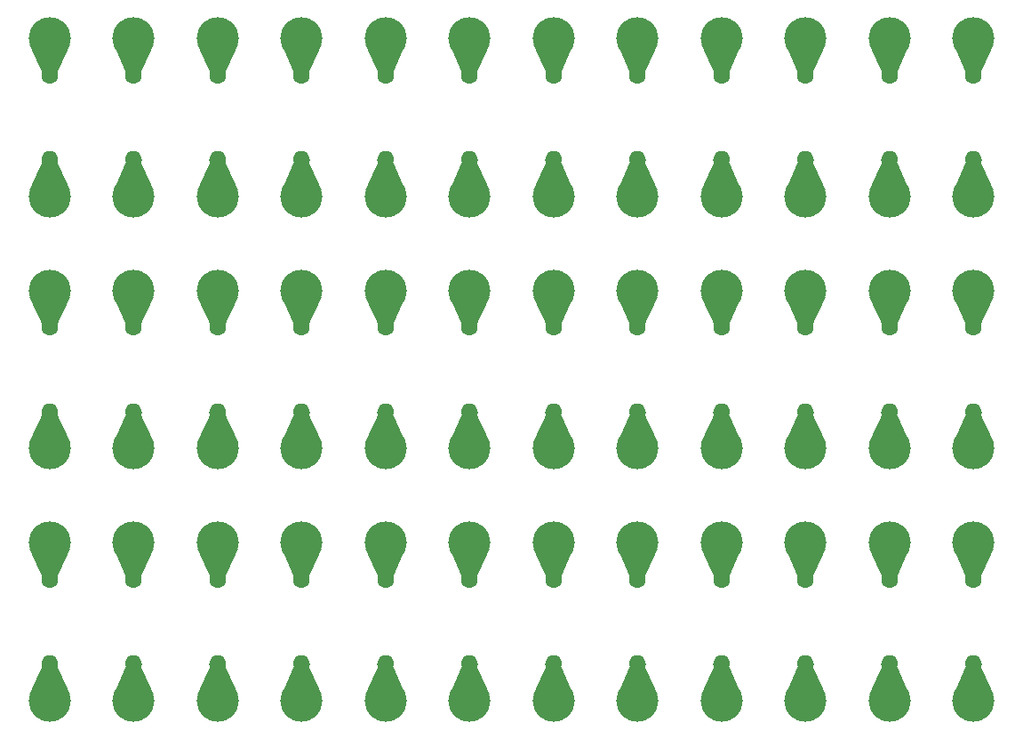
<source format=gbr>
%TF.GenerationSoftware,KiCad,Pcbnew,8.0.2*%
%TF.CreationDate,2024-06-26T22:47:50+07:00*%
%TF.ProjectId,resistor_pitch_15mm_Panel,72657369-7374-46f7-925f-70697463685f,rev?*%
%TF.SameCoordinates,Original*%
%TF.FileFunction,Copper,L2,Bot*%
%TF.FilePolarity,Positive*%
%FSLAX46Y46*%
G04 Gerber Fmt 4.6, Leading zero omitted, Abs format (unit mm)*
G04 Created by KiCad (PCBNEW 8.0.2) date 2024-06-26 22:47:50*
%MOMM*%
%LPD*%
G01*
G04 APERTURE LIST*
%TA.AperFunction,ComponentPad*%
%ADD10C,4.000000*%
%TD*%
%TA.AperFunction,ComponentPad*%
%ADD11C,1.600000*%
%TD*%
%TA.AperFunction,ComponentPad*%
%ADD12O,1.600000X1.600000*%
%TD*%
%TA.AperFunction,Conductor*%
%ADD13C,1.000000*%
%TD*%
G04 APERTURE END LIST*
D10*
%TO.P,J2,1,Pin_1*%
%TO.N,Board_12-Net-(J2-Pin_1)*%
X3000000Y-50500500D03*
%TD*%
%TO.P,J1,1,Pin_1*%
%TO.N,Board_5-Net-(J1-Pin_1)*%
X43000000Y-11500500D03*
%TD*%
%TO.P,J1,1,Pin_1*%
%TO.N,Board_25-Net-(J1-Pin_1)*%
X11000000Y-59500500D03*
%TD*%
D11*
%TO.P,R1,1*%
%TO.N,Board_9-Net-(J1-Pin_1)*%
X75000000Y-14990500D03*
D12*
%TO.P,R1,2*%
%TO.N,Board_9-Net-(J2-Pin_1)*%
X75000000Y-22990500D03*
%TD*%
D10*
%TO.P,J1,1,Pin_1*%
%TO.N,Board_31-Net-(J1-Pin_1)*%
X59000000Y-59500500D03*
%TD*%
%TO.P,J2,1,Pin_1*%
%TO.N,Board_21-Net-(J2-Pin_1)*%
X75000000Y-50500500D03*
%TD*%
%TO.P,J2,1,Pin_1*%
%TO.N,Board_20-Net-(J2-Pin_1)*%
X67000000Y-50500500D03*
%TD*%
%TO.P,J2,1,Pin_1*%
%TO.N,Board_9-Net-(J2-Pin_1)*%
X75000000Y-26500500D03*
%TD*%
%TO.P,J1,1,Pin_1*%
%TO.N,Board_28-Net-(J1-Pin_1)*%
X35000000Y-59500500D03*
%TD*%
D11*
%TO.P,R1,1*%
%TO.N,Board_23-Net-(J1-Pin_1)*%
X91000000Y-38990500D03*
D12*
%TO.P,R1,2*%
%TO.N,Board_23-Net-(J2-Pin_1)*%
X91000000Y-46990500D03*
%TD*%
D10*
%TO.P,J2,1,Pin_1*%
%TO.N,Board_8-Net-(J2-Pin_1)*%
X67000000Y-26500500D03*
%TD*%
D11*
%TO.P,R1,1*%
%TO.N,Board_26-Net-(J1-Pin_1)*%
X19000000Y-62990500D03*
D12*
%TO.P,R1,2*%
%TO.N,Board_26-Net-(J2-Pin_1)*%
X19000000Y-70990500D03*
%TD*%
D11*
%TO.P,R1,1*%
%TO.N,Board_16-Net-(J1-Pin_1)*%
X35000000Y-38990500D03*
D12*
%TO.P,R1,2*%
%TO.N,Board_16-Net-(J2-Pin_1)*%
X35000000Y-46990500D03*
%TD*%
D10*
%TO.P,J1,1,Pin_1*%
%TO.N,Board_35-Net-(J1-Pin_1)*%
X91000000Y-59500500D03*
%TD*%
%TO.P,J1,1,Pin_1*%
%TO.N,Board_10-Net-(J1-Pin_1)*%
X83000000Y-11500500D03*
%TD*%
D11*
%TO.P,R1,1*%
%TO.N,Board_28-Net-(J1-Pin_1)*%
X35000000Y-62990500D03*
D12*
%TO.P,R1,2*%
%TO.N,Board_28-Net-(J2-Pin_1)*%
X35000000Y-70990500D03*
%TD*%
D11*
%TO.P,R1,1*%
%TO.N,Board_7-Net-(J1-Pin_1)*%
X59000000Y-14990500D03*
D12*
%TO.P,R1,2*%
%TO.N,Board_7-Net-(J2-Pin_1)*%
X59000000Y-22990500D03*
%TD*%
D10*
%TO.P,J1,1,Pin_1*%
%TO.N,Board_30-Net-(J1-Pin_1)*%
X51000000Y-59500500D03*
%TD*%
%TO.P,J2,1,Pin_1*%
%TO.N,Board_6-Net-(J2-Pin_1)*%
X51000000Y-26500500D03*
%TD*%
D11*
%TO.P,R1,1*%
%TO.N,Board_25-Net-(J1-Pin_1)*%
X11000000Y-62990500D03*
D12*
%TO.P,R1,2*%
%TO.N,Board_25-Net-(J2-Pin_1)*%
X11000000Y-70990500D03*
%TD*%
D11*
%TO.P,R1,1*%
%TO.N,Board_22-Net-(J1-Pin_1)*%
X83000000Y-38990500D03*
D12*
%TO.P,R1,2*%
%TO.N,Board_22-Net-(J2-Pin_1)*%
X83000000Y-46990500D03*
%TD*%
D10*
%TO.P,J2,1,Pin_1*%
%TO.N,Board_19-Net-(J2-Pin_1)*%
X59000000Y-50500500D03*
%TD*%
D11*
%TO.P,R1,1*%
%TO.N,Board_34-Net-(J1-Pin_1)*%
X83000000Y-62990500D03*
D12*
%TO.P,R1,2*%
%TO.N,Board_34-Net-(J2-Pin_1)*%
X83000000Y-70990500D03*
%TD*%
D10*
%TO.P,J1,1,Pin_1*%
%TO.N,Board_23-Net-(J1-Pin_1)*%
X91000000Y-35500500D03*
%TD*%
%TO.P,J2,1,Pin_1*%
%TO.N,Board_4-Net-(J2-Pin_1)*%
X35000000Y-26500500D03*
%TD*%
%TO.P,J1,1,Pin_1*%
%TO.N,Board_27-Net-(J1-Pin_1)*%
X27000000Y-59500500D03*
%TD*%
%TO.P,J1,1,Pin_1*%
%TO.N,Board_8-Net-(J1-Pin_1)*%
X67000000Y-11500500D03*
%TD*%
%TO.P,J1,1,Pin_1*%
%TO.N,Board_13-Net-(J1-Pin_1)*%
X11000000Y-35500500D03*
%TD*%
%TO.P,J2,1,Pin_1*%
%TO.N,Board_14-Net-(J2-Pin_1)*%
X19000000Y-50500500D03*
%TD*%
%TO.P,J2,1,Pin_1*%
%TO.N,Board_31-Net-(J2-Pin_1)*%
X59000000Y-74500500D03*
%TD*%
D11*
%TO.P,R1,1*%
%TO.N,Board_29-Net-(J1-Pin_1)*%
X43000000Y-62990500D03*
D12*
%TO.P,R1,2*%
%TO.N,Board_29-Net-(J2-Pin_1)*%
X43000000Y-70990500D03*
%TD*%
D10*
%TO.P,J2,1,Pin_1*%
%TO.N,Board_24-Net-(J2-Pin_1)*%
X3000000Y-74500500D03*
%TD*%
D11*
%TO.P,R1,1*%
%TO.N,Board_21-Net-(J1-Pin_1)*%
X75000000Y-38990500D03*
D12*
%TO.P,R1,2*%
%TO.N,Board_21-Net-(J2-Pin_1)*%
X75000000Y-46990500D03*
%TD*%
D10*
%TO.P,J1,1,Pin_1*%
%TO.N,Board_34-Net-(J1-Pin_1)*%
X83000000Y-59500500D03*
%TD*%
D11*
%TO.P,R1,1*%
%TO.N,Board_10-Net-(J1-Pin_1)*%
X83000000Y-14990500D03*
D12*
%TO.P,R1,2*%
%TO.N,Board_10-Net-(J2-Pin_1)*%
X83000000Y-22990500D03*
%TD*%
D10*
%TO.P,J1,1,Pin_1*%
%TO.N,Board_0-Net-(J1-Pin_1)*%
X3000000Y-11500500D03*
%TD*%
D11*
%TO.P,R1,1*%
%TO.N,Board_1-Net-(J1-Pin_1)*%
X11000000Y-14990500D03*
D12*
%TO.P,R1,2*%
%TO.N,Board_1-Net-(J2-Pin_1)*%
X11000000Y-22990500D03*
%TD*%
D10*
%TO.P,J2,1,Pin_1*%
%TO.N,Board_29-Net-(J2-Pin_1)*%
X43000000Y-74500500D03*
%TD*%
D11*
%TO.P,R1,1*%
%TO.N,Board_19-Net-(J1-Pin_1)*%
X59000000Y-38990500D03*
D12*
%TO.P,R1,2*%
%TO.N,Board_19-Net-(J2-Pin_1)*%
X59000000Y-46990500D03*
%TD*%
D10*
%TO.P,J1,1,Pin_1*%
%TO.N,Board_9-Net-(J1-Pin_1)*%
X75000000Y-11500500D03*
%TD*%
D11*
%TO.P,R1,1*%
%TO.N,Board_31-Net-(J1-Pin_1)*%
X59000000Y-62990500D03*
D12*
%TO.P,R1,2*%
%TO.N,Board_31-Net-(J2-Pin_1)*%
X59000000Y-70990500D03*
%TD*%
D10*
%TO.P,J1,1,Pin_1*%
%TO.N,Board_4-Net-(J1-Pin_1)*%
X35000000Y-11500500D03*
%TD*%
D11*
%TO.P,R1,1*%
%TO.N,Board_6-Net-(J1-Pin_1)*%
X51000000Y-14990500D03*
D12*
%TO.P,R1,2*%
%TO.N,Board_6-Net-(J2-Pin_1)*%
X51000000Y-22990500D03*
%TD*%
D10*
%TO.P,J1,1,Pin_1*%
%TO.N,Board_19-Net-(J1-Pin_1)*%
X59000000Y-35500500D03*
%TD*%
%TO.P,J1,1,Pin_1*%
%TO.N,Board_22-Net-(J1-Pin_1)*%
X83000000Y-35500500D03*
%TD*%
%TO.P,J2,1,Pin_1*%
%TO.N,Board_17-Net-(J2-Pin_1)*%
X43000000Y-50500500D03*
%TD*%
%TO.P,J2,1,Pin_1*%
%TO.N,Board_23-Net-(J2-Pin_1)*%
X91000000Y-50500500D03*
%TD*%
%TO.P,J1,1,Pin_1*%
%TO.N,Board_17-Net-(J1-Pin_1)*%
X43000000Y-35500500D03*
%TD*%
%TO.P,J2,1,Pin_1*%
%TO.N,Board_25-Net-(J2-Pin_1)*%
X11000000Y-74500500D03*
%TD*%
%TO.P,J2,1,Pin_1*%
%TO.N,Board_7-Net-(J2-Pin_1)*%
X59000000Y-26500500D03*
%TD*%
%TO.P,J1,1,Pin_1*%
%TO.N,Board_29-Net-(J1-Pin_1)*%
X43000000Y-59500500D03*
%TD*%
%TO.P,J2,1,Pin_1*%
%TO.N,Board_34-Net-(J2-Pin_1)*%
X83000000Y-74500500D03*
%TD*%
D11*
%TO.P,R1,1*%
%TO.N,Board_3-Net-(J1-Pin_1)*%
X27000000Y-14990500D03*
D12*
%TO.P,R1,2*%
%TO.N,Board_3-Net-(J2-Pin_1)*%
X27000000Y-22990500D03*
%TD*%
D10*
%TO.P,J2,1,Pin_1*%
%TO.N,Board_15-Net-(J2-Pin_1)*%
X27000000Y-50500500D03*
%TD*%
D11*
%TO.P,R1,1*%
%TO.N,Board_13-Net-(J1-Pin_1)*%
X11000000Y-38990500D03*
D12*
%TO.P,R1,2*%
%TO.N,Board_13-Net-(J2-Pin_1)*%
X11000000Y-46990500D03*
%TD*%
D10*
%TO.P,J1,1,Pin_1*%
%TO.N,Board_21-Net-(J1-Pin_1)*%
X75000000Y-35500500D03*
%TD*%
%TO.P,J1,1,Pin_1*%
%TO.N,Board_1-Net-(J1-Pin_1)*%
X11000000Y-11500500D03*
%TD*%
%TO.P,J1,1,Pin_1*%
%TO.N,Board_16-Net-(J1-Pin_1)*%
X35000000Y-35500500D03*
%TD*%
D11*
%TO.P,R1,1*%
%TO.N,Board_33-Net-(J1-Pin_1)*%
X75000000Y-62990500D03*
D12*
%TO.P,R1,2*%
%TO.N,Board_33-Net-(J2-Pin_1)*%
X75000000Y-70990500D03*
%TD*%
D11*
%TO.P,R1,1*%
%TO.N,Board_4-Net-(J1-Pin_1)*%
X35000000Y-14990500D03*
D12*
%TO.P,R1,2*%
%TO.N,Board_4-Net-(J2-Pin_1)*%
X35000000Y-22990500D03*
%TD*%
D11*
%TO.P,R1,1*%
%TO.N,Board_17-Net-(J1-Pin_1)*%
X43000000Y-38990500D03*
D12*
%TO.P,R1,2*%
%TO.N,Board_17-Net-(J2-Pin_1)*%
X43000000Y-46990500D03*
%TD*%
D11*
%TO.P,R1,1*%
%TO.N,Board_30-Net-(J1-Pin_1)*%
X51000000Y-62990500D03*
D12*
%TO.P,R1,2*%
%TO.N,Board_30-Net-(J2-Pin_1)*%
X51000000Y-70990500D03*
%TD*%
D10*
%TO.P,J2,1,Pin_1*%
%TO.N,Board_5-Net-(J2-Pin_1)*%
X43000000Y-26500500D03*
%TD*%
%TO.P,J1,1,Pin_1*%
%TO.N,Board_24-Net-(J1-Pin_1)*%
X3000000Y-59500500D03*
%TD*%
%TO.P,J1,1,Pin_1*%
%TO.N,Board_3-Net-(J1-Pin_1)*%
X27000000Y-11500500D03*
%TD*%
%TO.P,J2,1,Pin_1*%
%TO.N,Board_11-Net-(J2-Pin_1)*%
X91000000Y-26500500D03*
%TD*%
%TO.P,J2,1,Pin_1*%
%TO.N,Board_33-Net-(J2-Pin_1)*%
X75000000Y-74500500D03*
%TD*%
%TO.P,J1,1,Pin_1*%
%TO.N,Board_20-Net-(J1-Pin_1)*%
X67000000Y-35500500D03*
%TD*%
%TO.P,J2,1,Pin_1*%
%TO.N,Board_0-Net-(J2-Pin_1)*%
X3000000Y-26500500D03*
%TD*%
%TO.P,J2,1,Pin_1*%
%TO.N,Board_13-Net-(J2-Pin_1)*%
X11000000Y-50500500D03*
%TD*%
D11*
%TO.P,R1,1*%
%TO.N,Board_0-Net-(J1-Pin_1)*%
X3000000Y-14990500D03*
D12*
%TO.P,R1,2*%
%TO.N,Board_0-Net-(J2-Pin_1)*%
X3000000Y-22990500D03*
%TD*%
D10*
%TO.P,J2,1,Pin_1*%
%TO.N,Board_22-Net-(J2-Pin_1)*%
X83000000Y-50500500D03*
%TD*%
%TO.P,J2,1,Pin_1*%
%TO.N,Board_30-Net-(J2-Pin_1)*%
X51000000Y-74500500D03*
%TD*%
%TO.P,J2,1,Pin_1*%
%TO.N,Board_28-Net-(J2-Pin_1)*%
X35000000Y-74500500D03*
%TD*%
%TO.P,J2,1,Pin_1*%
%TO.N,Board_3-Net-(J2-Pin_1)*%
X27000000Y-26500500D03*
%TD*%
%TO.P,J2,1,Pin_1*%
%TO.N,Board_32-Net-(J2-Pin_1)*%
X67000000Y-74500500D03*
%TD*%
%TO.P,J1,1,Pin_1*%
%TO.N,Board_2-Net-(J1-Pin_1)*%
X19000000Y-11500500D03*
%TD*%
D11*
%TO.P,R1,1*%
%TO.N,Board_11-Net-(J1-Pin_1)*%
X91000000Y-14990500D03*
D12*
%TO.P,R1,2*%
%TO.N,Board_11-Net-(J2-Pin_1)*%
X91000000Y-22990500D03*
%TD*%
D10*
%TO.P,J1,1,Pin_1*%
%TO.N,Board_7-Net-(J1-Pin_1)*%
X59000000Y-11500500D03*
%TD*%
%TO.P,J1,1,Pin_1*%
%TO.N,Board_12-Net-(J1-Pin_1)*%
X3000000Y-35500500D03*
%TD*%
D11*
%TO.P,R1,1*%
%TO.N,Board_14-Net-(J1-Pin_1)*%
X19000000Y-38990500D03*
D12*
%TO.P,R1,2*%
%TO.N,Board_14-Net-(J2-Pin_1)*%
X19000000Y-46990500D03*
%TD*%
D10*
%TO.P,J2,1,Pin_1*%
%TO.N,Board_10-Net-(J2-Pin_1)*%
X83000000Y-26500500D03*
%TD*%
D11*
%TO.P,R1,1*%
%TO.N,Board_8-Net-(J1-Pin_1)*%
X67000000Y-14990500D03*
D12*
%TO.P,R1,2*%
%TO.N,Board_8-Net-(J2-Pin_1)*%
X67000000Y-22990500D03*
%TD*%
D10*
%TO.P,J2,1,Pin_1*%
%TO.N,Board_18-Net-(J2-Pin_1)*%
X51000000Y-50500500D03*
%TD*%
D11*
%TO.P,R1,1*%
%TO.N,Board_18-Net-(J1-Pin_1)*%
X51000000Y-38990500D03*
D12*
%TO.P,R1,2*%
%TO.N,Board_18-Net-(J2-Pin_1)*%
X51000000Y-46990500D03*
%TD*%
D10*
%TO.P,J1,1,Pin_1*%
%TO.N,Board_33-Net-(J1-Pin_1)*%
X75000000Y-59500500D03*
%TD*%
%TO.P,J1,1,Pin_1*%
%TO.N,Board_6-Net-(J1-Pin_1)*%
X51000000Y-11500500D03*
%TD*%
D11*
%TO.P,R1,1*%
%TO.N,Board_5-Net-(J1-Pin_1)*%
X43000000Y-14990500D03*
D12*
%TO.P,R1,2*%
%TO.N,Board_5-Net-(J2-Pin_1)*%
X43000000Y-22990500D03*
%TD*%
D10*
%TO.P,J1,1,Pin_1*%
%TO.N,Board_14-Net-(J1-Pin_1)*%
X19000000Y-35500500D03*
%TD*%
%TO.P,J2,1,Pin_1*%
%TO.N,Board_27-Net-(J2-Pin_1)*%
X27000000Y-74500500D03*
%TD*%
D11*
%TO.P,R1,1*%
%TO.N,Board_2-Net-(J1-Pin_1)*%
X19000000Y-14990500D03*
D12*
%TO.P,R1,2*%
%TO.N,Board_2-Net-(J2-Pin_1)*%
X19000000Y-22990500D03*
%TD*%
D11*
%TO.P,R1,1*%
%TO.N,Board_24-Net-(J1-Pin_1)*%
X3000000Y-62990500D03*
D12*
%TO.P,R1,2*%
%TO.N,Board_24-Net-(J2-Pin_1)*%
X3000000Y-70990500D03*
%TD*%
D10*
%TO.P,J2,1,Pin_1*%
%TO.N,Board_35-Net-(J2-Pin_1)*%
X91000000Y-74500500D03*
%TD*%
%TO.P,J2,1,Pin_1*%
%TO.N,Board_26-Net-(J2-Pin_1)*%
X19000000Y-74500500D03*
%TD*%
D11*
%TO.P,R1,1*%
%TO.N,Board_35-Net-(J1-Pin_1)*%
X91000000Y-62990500D03*
D12*
%TO.P,R1,2*%
%TO.N,Board_35-Net-(J2-Pin_1)*%
X91000000Y-70990500D03*
%TD*%
D11*
%TO.P,R1,1*%
%TO.N,Board_15-Net-(J1-Pin_1)*%
X27000000Y-38990500D03*
D12*
%TO.P,R1,2*%
%TO.N,Board_15-Net-(J2-Pin_1)*%
X27000000Y-46990500D03*
%TD*%
D11*
%TO.P,R1,1*%
%TO.N,Board_20-Net-(J1-Pin_1)*%
X67000000Y-38990500D03*
D12*
%TO.P,R1,2*%
%TO.N,Board_20-Net-(J2-Pin_1)*%
X67000000Y-46990500D03*
%TD*%
D10*
%TO.P,J1,1,Pin_1*%
%TO.N,Board_15-Net-(J1-Pin_1)*%
X27000000Y-35500500D03*
%TD*%
%TO.P,J1,1,Pin_1*%
%TO.N,Board_18-Net-(J1-Pin_1)*%
X51000000Y-35500500D03*
%TD*%
D11*
%TO.P,R1,1*%
%TO.N,Board_27-Net-(J1-Pin_1)*%
X27000000Y-62990500D03*
D12*
%TO.P,R1,2*%
%TO.N,Board_27-Net-(J2-Pin_1)*%
X27000000Y-70990500D03*
%TD*%
D10*
%TO.P,J2,1,Pin_1*%
%TO.N,Board_1-Net-(J2-Pin_1)*%
X11000000Y-26500500D03*
%TD*%
%TO.P,J2,1,Pin_1*%
%TO.N,Board_16-Net-(J2-Pin_1)*%
X35000000Y-50500500D03*
%TD*%
%TO.P,J2,1,Pin_1*%
%TO.N,Board_2-Net-(J2-Pin_1)*%
X19000000Y-26500500D03*
%TD*%
D11*
%TO.P,R1,1*%
%TO.N,Board_32-Net-(J1-Pin_1)*%
X67000000Y-62990500D03*
D12*
%TO.P,R1,2*%
%TO.N,Board_32-Net-(J2-Pin_1)*%
X67000000Y-70990500D03*
%TD*%
D11*
%TO.P,R1,1*%
%TO.N,Board_12-Net-(J1-Pin_1)*%
X3000000Y-38990500D03*
D12*
%TO.P,R1,2*%
%TO.N,Board_12-Net-(J2-Pin_1)*%
X3000000Y-46990500D03*
%TD*%
D10*
%TO.P,J1,1,Pin_1*%
%TO.N,Board_26-Net-(J1-Pin_1)*%
X19000000Y-59500500D03*
%TD*%
%TO.P,J1,1,Pin_1*%
%TO.N,Board_11-Net-(J1-Pin_1)*%
X91000000Y-11500500D03*
%TD*%
%TO.P,J1,1,Pin_1*%
%TO.N,Board_32-Net-(J1-Pin_1)*%
X67000000Y-59500500D03*
%TD*%
D13*
%TO.N,Board_35-Net-(J2-Pin_1)*%
X91000000Y-70810500D02*
X91000000Y-74500500D01*
%TO.N,Board_35-Net-(J1-Pin_1)*%
X91000000Y-63190500D02*
X91000000Y-59500500D01*
%TO.N,Board_34-Net-(J2-Pin_1)*%
X83000000Y-70810500D02*
X83000000Y-74500500D01*
%TO.N,Board_34-Net-(J1-Pin_1)*%
X83000000Y-63190500D02*
X83000000Y-59500500D01*
%TO.N,Board_33-Net-(J2-Pin_1)*%
X75000000Y-70810500D02*
X75000000Y-74500500D01*
%TO.N,Board_33-Net-(J1-Pin_1)*%
X75000000Y-63190500D02*
X75000000Y-59500500D01*
%TO.N,Board_32-Net-(J2-Pin_1)*%
X67000000Y-70810500D02*
X67000000Y-74500500D01*
%TO.N,Board_32-Net-(J1-Pin_1)*%
X67000000Y-63190500D02*
X67000000Y-59500500D01*
%TO.N,Board_31-Net-(J2-Pin_1)*%
X59000000Y-70810500D02*
X59000000Y-74500500D01*
%TO.N,Board_31-Net-(J1-Pin_1)*%
X59000000Y-63190500D02*
X59000000Y-59500500D01*
%TO.N,Board_30-Net-(J2-Pin_1)*%
X51000000Y-70810500D02*
X51000000Y-74500500D01*
%TO.N,Board_30-Net-(J1-Pin_1)*%
X51000000Y-63190500D02*
X51000000Y-59500500D01*
%TO.N,Board_29-Net-(J2-Pin_1)*%
X43000000Y-70810500D02*
X43000000Y-74500500D01*
%TO.N,Board_29-Net-(J1-Pin_1)*%
X43000000Y-63190500D02*
X43000000Y-59500500D01*
%TO.N,Board_28-Net-(J2-Pin_1)*%
X35000000Y-70810500D02*
X35000000Y-74500500D01*
%TO.N,Board_28-Net-(J1-Pin_1)*%
X35000000Y-63190500D02*
X35000000Y-59500500D01*
%TO.N,Board_27-Net-(J2-Pin_1)*%
X27000000Y-70810500D02*
X27000000Y-74500500D01*
%TO.N,Board_27-Net-(J1-Pin_1)*%
X27000000Y-63190500D02*
X27000000Y-59500500D01*
%TO.N,Board_26-Net-(J2-Pin_1)*%
X19000000Y-70810500D02*
X19000000Y-74500500D01*
%TO.N,Board_26-Net-(J1-Pin_1)*%
X19000000Y-63190500D02*
X19000000Y-59500500D01*
%TO.N,Board_25-Net-(J2-Pin_1)*%
X11000000Y-70810500D02*
X11000000Y-74500500D01*
%TO.N,Board_25-Net-(J1-Pin_1)*%
X11000000Y-63190500D02*
X11000000Y-59500500D01*
%TO.N,Board_24-Net-(J2-Pin_1)*%
X3000000Y-70810500D02*
X3000000Y-74500500D01*
%TO.N,Board_24-Net-(J1-Pin_1)*%
X3000000Y-63190500D02*
X3000000Y-59500500D01*
%TO.N,Board_23-Net-(J2-Pin_1)*%
X91000000Y-46810500D02*
X91000000Y-50500500D01*
%TO.N,Board_23-Net-(J1-Pin_1)*%
X91000000Y-39190500D02*
X91000000Y-35500500D01*
%TO.N,Board_22-Net-(J2-Pin_1)*%
X83000000Y-46810500D02*
X83000000Y-50500500D01*
%TO.N,Board_22-Net-(J1-Pin_1)*%
X83000000Y-39190500D02*
X83000000Y-35500500D01*
%TO.N,Board_21-Net-(J2-Pin_1)*%
X75000000Y-46810500D02*
X75000000Y-50500500D01*
%TO.N,Board_21-Net-(J1-Pin_1)*%
X75000000Y-39190500D02*
X75000000Y-35500500D01*
%TO.N,Board_20-Net-(J2-Pin_1)*%
X67000000Y-46810500D02*
X67000000Y-50500500D01*
%TO.N,Board_20-Net-(J1-Pin_1)*%
X67000000Y-39190500D02*
X67000000Y-35500500D01*
%TO.N,Board_19-Net-(J2-Pin_1)*%
X59000000Y-46810500D02*
X59000000Y-50500500D01*
%TO.N,Board_19-Net-(J1-Pin_1)*%
X59000000Y-39190500D02*
X59000000Y-35500500D01*
%TO.N,Board_18-Net-(J2-Pin_1)*%
X51000000Y-46810500D02*
X51000000Y-50500500D01*
%TO.N,Board_18-Net-(J1-Pin_1)*%
X51000000Y-39190500D02*
X51000000Y-35500500D01*
%TO.N,Board_17-Net-(J2-Pin_1)*%
X43000000Y-46810500D02*
X43000000Y-50500500D01*
%TO.N,Board_17-Net-(J1-Pin_1)*%
X43000000Y-39190500D02*
X43000000Y-35500500D01*
%TO.N,Board_16-Net-(J2-Pin_1)*%
X35000000Y-46810500D02*
X35000000Y-50500500D01*
%TO.N,Board_16-Net-(J1-Pin_1)*%
X35000000Y-39190500D02*
X35000000Y-35500500D01*
%TO.N,Board_15-Net-(J2-Pin_1)*%
X27000000Y-46810500D02*
X27000000Y-50500500D01*
%TO.N,Board_15-Net-(J1-Pin_1)*%
X27000000Y-39190500D02*
X27000000Y-35500500D01*
%TO.N,Board_14-Net-(J2-Pin_1)*%
X19000000Y-46810500D02*
X19000000Y-50500500D01*
%TO.N,Board_14-Net-(J1-Pin_1)*%
X19000000Y-39190500D02*
X19000000Y-35500500D01*
%TO.N,Board_13-Net-(J2-Pin_1)*%
X11000000Y-46810500D02*
X11000000Y-50500500D01*
%TO.N,Board_13-Net-(J1-Pin_1)*%
X11000000Y-39190500D02*
X11000000Y-35500500D01*
%TO.N,Board_12-Net-(J2-Pin_1)*%
X3000000Y-46810500D02*
X3000000Y-50500500D01*
%TO.N,Board_12-Net-(J1-Pin_1)*%
X3000000Y-39190500D02*
X3000000Y-35500500D01*
%TO.N,Board_11-Net-(J2-Pin_1)*%
X91000000Y-22810500D02*
X91000000Y-26500500D01*
%TO.N,Board_11-Net-(J1-Pin_1)*%
X91000000Y-15190500D02*
X91000000Y-11500500D01*
%TO.N,Board_10-Net-(J2-Pin_1)*%
X83000000Y-22810500D02*
X83000000Y-26500500D01*
%TO.N,Board_10-Net-(J1-Pin_1)*%
X83000000Y-15190500D02*
X83000000Y-11500500D01*
%TO.N,Board_9-Net-(J2-Pin_1)*%
X75000000Y-22810500D02*
X75000000Y-26500500D01*
%TO.N,Board_9-Net-(J1-Pin_1)*%
X75000000Y-15190500D02*
X75000000Y-11500500D01*
%TO.N,Board_8-Net-(J2-Pin_1)*%
X67000000Y-22810500D02*
X67000000Y-26500500D01*
%TO.N,Board_8-Net-(J1-Pin_1)*%
X67000000Y-15190500D02*
X67000000Y-11500500D01*
%TO.N,Board_7-Net-(J2-Pin_1)*%
X59000000Y-22810500D02*
X59000000Y-26500500D01*
%TO.N,Board_7-Net-(J1-Pin_1)*%
X59000000Y-15190500D02*
X59000000Y-11500500D01*
%TO.N,Board_6-Net-(J2-Pin_1)*%
X51000000Y-22810500D02*
X51000000Y-26500500D01*
%TO.N,Board_6-Net-(J1-Pin_1)*%
X51000000Y-15190500D02*
X51000000Y-11500500D01*
%TO.N,Board_5-Net-(J2-Pin_1)*%
X43000000Y-22810500D02*
X43000000Y-26500500D01*
%TO.N,Board_5-Net-(J1-Pin_1)*%
X43000000Y-15190500D02*
X43000000Y-11500500D01*
%TO.N,Board_4-Net-(J2-Pin_1)*%
X35000000Y-22810500D02*
X35000000Y-26500500D01*
%TO.N,Board_4-Net-(J1-Pin_1)*%
X35000000Y-15190500D02*
X35000000Y-11500500D01*
%TO.N,Board_3-Net-(J2-Pin_1)*%
X27000000Y-22810500D02*
X27000000Y-26500500D01*
%TO.N,Board_3-Net-(J1-Pin_1)*%
X27000000Y-15190500D02*
X27000000Y-11500500D01*
%TO.N,Board_2-Net-(J2-Pin_1)*%
X19000000Y-22810500D02*
X19000000Y-26500500D01*
%TO.N,Board_2-Net-(J1-Pin_1)*%
X19000000Y-15190500D02*
X19000000Y-11500500D01*
%TO.N,Board_1-Net-(J2-Pin_1)*%
X11000000Y-22810500D02*
X11000000Y-26500500D01*
%TO.N,Board_1-Net-(J1-Pin_1)*%
X11000000Y-15190500D02*
X11000000Y-11500500D01*
%TO.N,Board_0-Net-(J2-Pin_1)*%
X3000000Y-22810500D02*
X3000000Y-26500500D01*
%TO.N,Board_0-Net-(J1-Pin_1)*%
X3000000Y-15190500D02*
X3000000Y-11500500D01*
%TD*%
%TA.AperFunction,Conductor*%
%TO.N,Board_35-Net-(J2-Pin_1)*%
G36*
X91785920Y-70990482D02*
G01*
X91794188Y-70993919D01*
X91797605Y-71002197D01*
X91797405Y-71004338D01*
X91501790Y-72580956D01*
X91496897Y-72588456D01*
X91490290Y-72590500D01*
X90509710Y-72590500D01*
X90501437Y-72587073D01*
X90498210Y-72580956D01*
X90202594Y-71004336D01*
X90204438Y-70995575D01*
X90211938Y-70990682D01*
X90214074Y-70990482D01*
X91000000Y-70989500D01*
X91785920Y-70990482D01*
G37*
%TD.AperFunction*%
%TD*%
%TA.AperFunction,Conductor*%
%TO.N,Board_35-Net-(J2-Pin_1)*%
G36*
X91500735Y-70813927D02*
G01*
X91503116Y-70817365D01*
X92913421Y-73924775D01*
X92913720Y-73933724D01*
X92907602Y-73940264D01*
X92906069Y-73940834D01*
X91003302Y-74500528D01*
X90996698Y-74500528D01*
X89093930Y-73940834D01*
X89086960Y-73935212D01*
X89086008Y-73926308D01*
X89086578Y-73924775D01*
X90496884Y-70817365D01*
X90503424Y-70811247D01*
X90507538Y-70810500D01*
X91492462Y-70810500D01*
X91500735Y-70813927D01*
G37*
%TD.AperFunction*%
%TD*%
%TA.AperFunction,Conductor*%
%TO.N,Board_35-Net-(J1-Pin_1)*%
G36*
X92906069Y-60060165D02*
G01*
X92913039Y-60065787D01*
X92913991Y-60074691D01*
X92913421Y-60076224D01*
X91503116Y-63183635D01*
X91496576Y-63189753D01*
X91492462Y-63190500D01*
X90507538Y-63190500D01*
X90499265Y-63187073D01*
X90496884Y-63183635D01*
X89086578Y-60076224D01*
X89086279Y-60067275D01*
X89092397Y-60060735D01*
X89093919Y-60060168D01*
X90996699Y-59500471D01*
X91003301Y-59500471D01*
X92906069Y-60060165D01*
G37*
%TD.AperFunction*%
%TD*%
%TA.AperFunction,Conductor*%
%TO.N,Board_34-Net-(J2-Pin_1)*%
G36*
X83785920Y-70990482D02*
G01*
X83794188Y-70993919D01*
X83797605Y-71002197D01*
X83797405Y-71004338D01*
X83501790Y-72580956D01*
X83496897Y-72588456D01*
X83490290Y-72590500D01*
X82509710Y-72590500D01*
X82501437Y-72587073D01*
X82498210Y-72580956D01*
X82202594Y-71004336D01*
X82204438Y-70995575D01*
X82211938Y-70990682D01*
X82214074Y-70990482D01*
X83000000Y-70989500D01*
X83785920Y-70990482D01*
G37*
%TD.AperFunction*%
%TD*%
%TA.AperFunction,Conductor*%
%TO.N,Board_34-Net-(J2-Pin_1)*%
G36*
X83500735Y-70813927D02*
G01*
X83503116Y-70817365D01*
X84913421Y-73924775D01*
X84913720Y-73933724D01*
X84907602Y-73940264D01*
X84906069Y-73940834D01*
X83003302Y-74500528D01*
X82996698Y-74500528D01*
X81093930Y-73940834D01*
X81086960Y-73935212D01*
X81086008Y-73926308D01*
X81086578Y-73924775D01*
X82496884Y-70817365D01*
X82503424Y-70811247D01*
X82507538Y-70810500D01*
X83492462Y-70810500D01*
X83500735Y-70813927D01*
G37*
%TD.AperFunction*%
%TD*%
%TA.AperFunction,Conductor*%
%TO.N,Board_34-Net-(J1-Pin_1)*%
G36*
X84906069Y-60060165D02*
G01*
X84913039Y-60065787D01*
X84913991Y-60074691D01*
X84913421Y-60076224D01*
X83503116Y-63183635D01*
X83496576Y-63189753D01*
X83492462Y-63190500D01*
X82507538Y-63190500D01*
X82499265Y-63187073D01*
X82496884Y-63183635D01*
X81086578Y-60076224D01*
X81086279Y-60067275D01*
X81092397Y-60060735D01*
X81093919Y-60060168D01*
X82996699Y-59500471D01*
X83003301Y-59500471D01*
X84906069Y-60060165D01*
G37*
%TD.AperFunction*%
%TD*%
%TA.AperFunction,Conductor*%
%TO.N,Board_33-Net-(J2-Pin_1)*%
G36*
X75500735Y-70813927D02*
G01*
X75503116Y-70817365D01*
X76913421Y-73924775D01*
X76913720Y-73933724D01*
X76907602Y-73940264D01*
X76906069Y-73940834D01*
X75003302Y-74500528D01*
X74996698Y-74500528D01*
X73093930Y-73940834D01*
X73086960Y-73935212D01*
X73086008Y-73926308D01*
X73086578Y-73924775D01*
X74496884Y-70817365D01*
X74503424Y-70811247D01*
X74507538Y-70810500D01*
X75492462Y-70810500D01*
X75500735Y-70813927D01*
G37*
%TD.AperFunction*%
%TD*%
%TA.AperFunction,Conductor*%
%TO.N,Board_33-Net-(J2-Pin_1)*%
G36*
X75785920Y-70990482D02*
G01*
X75794188Y-70993919D01*
X75797605Y-71002197D01*
X75797405Y-71004338D01*
X75501790Y-72580956D01*
X75496897Y-72588456D01*
X75490290Y-72590500D01*
X74509710Y-72590500D01*
X74501437Y-72587073D01*
X74498210Y-72580956D01*
X74202594Y-71004336D01*
X74204438Y-70995575D01*
X74211938Y-70990682D01*
X74214074Y-70990482D01*
X75000000Y-70989500D01*
X75785920Y-70990482D01*
G37*
%TD.AperFunction*%
%TD*%
%TA.AperFunction,Conductor*%
%TO.N,Board_33-Net-(J1-Pin_1)*%
G36*
X76906069Y-60060165D02*
G01*
X76913039Y-60065787D01*
X76913991Y-60074691D01*
X76913421Y-60076224D01*
X75503116Y-63183635D01*
X75496576Y-63189753D01*
X75492462Y-63190500D01*
X74507538Y-63190500D01*
X74499265Y-63187073D01*
X74496884Y-63183635D01*
X73086578Y-60076224D01*
X73086279Y-60067275D01*
X73092397Y-60060735D01*
X73093919Y-60060168D01*
X74996699Y-59500471D01*
X75003301Y-59500471D01*
X76906069Y-60060165D01*
G37*
%TD.AperFunction*%
%TD*%
%TA.AperFunction,Conductor*%
%TO.N,Board_32-Net-(J2-Pin_1)*%
G36*
X67500735Y-70813927D02*
G01*
X67503116Y-70817365D01*
X68913421Y-73924775D01*
X68913720Y-73933724D01*
X68907602Y-73940264D01*
X68906069Y-73940834D01*
X67003302Y-74500528D01*
X66996698Y-74500528D01*
X65093930Y-73940834D01*
X65086960Y-73935212D01*
X65086008Y-73926308D01*
X65086578Y-73924775D01*
X66496884Y-70817365D01*
X66503424Y-70811247D01*
X66507538Y-70810500D01*
X67492462Y-70810500D01*
X67500735Y-70813927D01*
G37*
%TD.AperFunction*%
%TD*%
%TA.AperFunction,Conductor*%
%TO.N,Board_32-Net-(J2-Pin_1)*%
G36*
X67785920Y-70990482D02*
G01*
X67794188Y-70993919D01*
X67797605Y-71002197D01*
X67797405Y-71004338D01*
X67501790Y-72580956D01*
X67496897Y-72588456D01*
X67490290Y-72590500D01*
X66509710Y-72590500D01*
X66501437Y-72587073D01*
X66498210Y-72580956D01*
X66202594Y-71004336D01*
X66204438Y-70995575D01*
X66211938Y-70990682D01*
X66214074Y-70990482D01*
X67000000Y-70989500D01*
X67785920Y-70990482D01*
G37*
%TD.AperFunction*%
%TD*%
%TA.AperFunction,Conductor*%
%TO.N,Board_32-Net-(J1-Pin_1)*%
G36*
X68906069Y-60060165D02*
G01*
X68913039Y-60065787D01*
X68913991Y-60074691D01*
X68913421Y-60076224D01*
X67503116Y-63183635D01*
X67496576Y-63189753D01*
X67492462Y-63190500D01*
X66507538Y-63190500D01*
X66499265Y-63187073D01*
X66496884Y-63183635D01*
X65086578Y-60076224D01*
X65086279Y-60067275D01*
X65092397Y-60060735D01*
X65093919Y-60060168D01*
X66996699Y-59500471D01*
X67003301Y-59500471D01*
X68906069Y-60060165D01*
G37*
%TD.AperFunction*%
%TD*%
%TA.AperFunction,Conductor*%
%TO.N,Board_31-Net-(J2-Pin_1)*%
G36*
X59500735Y-70813927D02*
G01*
X59503116Y-70817365D01*
X60913421Y-73924775D01*
X60913720Y-73933724D01*
X60907602Y-73940264D01*
X60906069Y-73940834D01*
X59003302Y-74500528D01*
X58996698Y-74500528D01*
X57093930Y-73940834D01*
X57086960Y-73935212D01*
X57086008Y-73926308D01*
X57086578Y-73924775D01*
X58496884Y-70817365D01*
X58503424Y-70811247D01*
X58507538Y-70810500D01*
X59492462Y-70810500D01*
X59500735Y-70813927D01*
G37*
%TD.AperFunction*%
%TD*%
%TA.AperFunction,Conductor*%
%TO.N,Board_31-Net-(J2-Pin_1)*%
G36*
X59785920Y-70990482D02*
G01*
X59794188Y-70993919D01*
X59797605Y-71002197D01*
X59797405Y-71004338D01*
X59501790Y-72580956D01*
X59496897Y-72588456D01*
X59490290Y-72590500D01*
X58509710Y-72590500D01*
X58501437Y-72587073D01*
X58498210Y-72580956D01*
X58202594Y-71004336D01*
X58204438Y-70995575D01*
X58211938Y-70990682D01*
X58214074Y-70990482D01*
X59000000Y-70989500D01*
X59785920Y-70990482D01*
G37*
%TD.AperFunction*%
%TD*%
%TA.AperFunction,Conductor*%
%TO.N,Board_31-Net-(J1-Pin_1)*%
G36*
X60906069Y-60060165D02*
G01*
X60913039Y-60065787D01*
X60913991Y-60074691D01*
X60913421Y-60076224D01*
X59503116Y-63183635D01*
X59496576Y-63189753D01*
X59492462Y-63190500D01*
X58507538Y-63190500D01*
X58499265Y-63187073D01*
X58496884Y-63183635D01*
X57086578Y-60076224D01*
X57086279Y-60067275D01*
X57092397Y-60060735D01*
X57093919Y-60060168D01*
X58996699Y-59500471D01*
X59003301Y-59500471D01*
X60906069Y-60060165D01*
G37*
%TD.AperFunction*%
%TD*%
%TA.AperFunction,Conductor*%
%TO.N,Board_30-Net-(J2-Pin_1)*%
G36*
X51785920Y-70990482D02*
G01*
X51794188Y-70993919D01*
X51797605Y-71002197D01*
X51797405Y-71004338D01*
X51501790Y-72580956D01*
X51496897Y-72588456D01*
X51490290Y-72590500D01*
X50509710Y-72590500D01*
X50501437Y-72587073D01*
X50498210Y-72580956D01*
X50202594Y-71004336D01*
X50204438Y-70995575D01*
X50211938Y-70990682D01*
X50214074Y-70990482D01*
X51000000Y-70989500D01*
X51785920Y-70990482D01*
G37*
%TD.AperFunction*%
%TD*%
%TA.AperFunction,Conductor*%
%TO.N,Board_30-Net-(J2-Pin_1)*%
G36*
X51500735Y-70813927D02*
G01*
X51503116Y-70817365D01*
X52913421Y-73924775D01*
X52913720Y-73933724D01*
X52907602Y-73940264D01*
X52906069Y-73940834D01*
X51003302Y-74500528D01*
X50996698Y-74500528D01*
X49093930Y-73940834D01*
X49086960Y-73935212D01*
X49086008Y-73926308D01*
X49086578Y-73924775D01*
X50496884Y-70817365D01*
X50503424Y-70811247D01*
X50507538Y-70810500D01*
X51492462Y-70810500D01*
X51500735Y-70813927D01*
G37*
%TD.AperFunction*%
%TD*%
%TA.AperFunction,Conductor*%
%TO.N,Board_30-Net-(J1-Pin_1)*%
G36*
X52906069Y-60060165D02*
G01*
X52913039Y-60065787D01*
X52913991Y-60074691D01*
X52913421Y-60076224D01*
X51503116Y-63183635D01*
X51496576Y-63189753D01*
X51492462Y-63190500D01*
X50507538Y-63190500D01*
X50499265Y-63187073D01*
X50496884Y-63183635D01*
X49086578Y-60076224D01*
X49086279Y-60067275D01*
X49092397Y-60060735D01*
X49093919Y-60060168D01*
X50996699Y-59500471D01*
X51003301Y-59500471D01*
X52906069Y-60060165D01*
G37*
%TD.AperFunction*%
%TD*%
%TA.AperFunction,Conductor*%
%TO.N,Board_29-Net-(J2-Pin_1)*%
G36*
X43785920Y-70990482D02*
G01*
X43794188Y-70993919D01*
X43797605Y-71002197D01*
X43797405Y-71004338D01*
X43501790Y-72580956D01*
X43496897Y-72588456D01*
X43490290Y-72590500D01*
X42509710Y-72590500D01*
X42501437Y-72587073D01*
X42498210Y-72580956D01*
X42202594Y-71004336D01*
X42204438Y-70995575D01*
X42211938Y-70990682D01*
X42214074Y-70990482D01*
X43000000Y-70989500D01*
X43785920Y-70990482D01*
G37*
%TD.AperFunction*%
%TD*%
%TA.AperFunction,Conductor*%
%TO.N,Board_29-Net-(J2-Pin_1)*%
G36*
X43500735Y-70813927D02*
G01*
X43503116Y-70817365D01*
X44913421Y-73924775D01*
X44913720Y-73933724D01*
X44907602Y-73940264D01*
X44906069Y-73940834D01*
X43003302Y-74500528D01*
X42996698Y-74500528D01*
X41093930Y-73940834D01*
X41086960Y-73935212D01*
X41086008Y-73926308D01*
X41086578Y-73924775D01*
X42496884Y-70817365D01*
X42503424Y-70811247D01*
X42507538Y-70810500D01*
X43492462Y-70810500D01*
X43500735Y-70813927D01*
G37*
%TD.AperFunction*%
%TD*%
%TA.AperFunction,Conductor*%
%TO.N,Board_29-Net-(J1-Pin_1)*%
G36*
X44906069Y-60060165D02*
G01*
X44913039Y-60065787D01*
X44913991Y-60074691D01*
X44913421Y-60076224D01*
X43503116Y-63183635D01*
X43496576Y-63189753D01*
X43492462Y-63190500D01*
X42507538Y-63190500D01*
X42499265Y-63187073D01*
X42496884Y-63183635D01*
X41086578Y-60076224D01*
X41086279Y-60067275D01*
X41092397Y-60060735D01*
X41093919Y-60060168D01*
X42996699Y-59500471D01*
X43003301Y-59500471D01*
X44906069Y-60060165D01*
G37*
%TD.AperFunction*%
%TD*%
%TA.AperFunction,Conductor*%
%TO.N,Board_28-Net-(J2-Pin_1)*%
G36*
X35785920Y-70990482D02*
G01*
X35794188Y-70993919D01*
X35797605Y-71002197D01*
X35797405Y-71004338D01*
X35501790Y-72580956D01*
X35496897Y-72588456D01*
X35490290Y-72590500D01*
X34509710Y-72590500D01*
X34501437Y-72587073D01*
X34498210Y-72580956D01*
X34202594Y-71004336D01*
X34204438Y-70995575D01*
X34211938Y-70990682D01*
X34214074Y-70990482D01*
X35000000Y-70989500D01*
X35785920Y-70990482D01*
G37*
%TD.AperFunction*%
%TD*%
%TA.AperFunction,Conductor*%
%TO.N,Board_28-Net-(J2-Pin_1)*%
G36*
X35500735Y-70813927D02*
G01*
X35503116Y-70817365D01*
X36913421Y-73924775D01*
X36913720Y-73933724D01*
X36907602Y-73940264D01*
X36906069Y-73940834D01*
X35003302Y-74500528D01*
X34996698Y-74500528D01*
X33093930Y-73940834D01*
X33086960Y-73935212D01*
X33086008Y-73926308D01*
X33086578Y-73924775D01*
X34496884Y-70817365D01*
X34503424Y-70811247D01*
X34507538Y-70810500D01*
X35492462Y-70810500D01*
X35500735Y-70813927D01*
G37*
%TD.AperFunction*%
%TD*%
%TA.AperFunction,Conductor*%
%TO.N,Board_28-Net-(J1-Pin_1)*%
G36*
X36906069Y-60060165D02*
G01*
X36913039Y-60065787D01*
X36913991Y-60074691D01*
X36913421Y-60076224D01*
X35503116Y-63183635D01*
X35496576Y-63189753D01*
X35492462Y-63190500D01*
X34507538Y-63190500D01*
X34499265Y-63187073D01*
X34496884Y-63183635D01*
X33086578Y-60076224D01*
X33086279Y-60067275D01*
X33092397Y-60060735D01*
X33093919Y-60060168D01*
X34996699Y-59500471D01*
X35003301Y-59500471D01*
X36906069Y-60060165D01*
G37*
%TD.AperFunction*%
%TD*%
%TA.AperFunction,Conductor*%
%TO.N,Board_27-Net-(J2-Pin_1)*%
G36*
X27785920Y-70990482D02*
G01*
X27794188Y-70993919D01*
X27797605Y-71002197D01*
X27797405Y-71004338D01*
X27501790Y-72580956D01*
X27496897Y-72588456D01*
X27490290Y-72590500D01*
X26509710Y-72590500D01*
X26501437Y-72587073D01*
X26498210Y-72580956D01*
X26202594Y-71004336D01*
X26204438Y-70995575D01*
X26211938Y-70990682D01*
X26214074Y-70990482D01*
X27000000Y-70989500D01*
X27785920Y-70990482D01*
G37*
%TD.AperFunction*%
%TD*%
%TA.AperFunction,Conductor*%
%TO.N,Board_27-Net-(J2-Pin_1)*%
G36*
X27500735Y-70813927D02*
G01*
X27503116Y-70817365D01*
X28913421Y-73924775D01*
X28913720Y-73933724D01*
X28907602Y-73940264D01*
X28906069Y-73940834D01*
X27003302Y-74500528D01*
X26996698Y-74500528D01*
X25093930Y-73940834D01*
X25086960Y-73935212D01*
X25086008Y-73926308D01*
X25086578Y-73924775D01*
X26496884Y-70817365D01*
X26503424Y-70811247D01*
X26507538Y-70810500D01*
X27492462Y-70810500D01*
X27500735Y-70813927D01*
G37*
%TD.AperFunction*%
%TD*%
%TA.AperFunction,Conductor*%
%TO.N,Board_27-Net-(J1-Pin_1)*%
G36*
X28906069Y-60060165D02*
G01*
X28913039Y-60065787D01*
X28913991Y-60074691D01*
X28913421Y-60076224D01*
X27503116Y-63183635D01*
X27496576Y-63189753D01*
X27492462Y-63190500D01*
X26507538Y-63190500D01*
X26499265Y-63187073D01*
X26496884Y-63183635D01*
X25086578Y-60076224D01*
X25086279Y-60067275D01*
X25092397Y-60060735D01*
X25093919Y-60060168D01*
X26996699Y-59500471D01*
X27003301Y-59500471D01*
X28906069Y-60060165D01*
G37*
%TD.AperFunction*%
%TD*%
%TA.AperFunction,Conductor*%
%TO.N,Board_26-Net-(J2-Pin_1)*%
G36*
X19785920Y-70990482D02*
G01*
X19794188Y-70993919D01*
X19797605Y-71002197D01*
X19797405Y-71004338D01*
X19501790Y-72580956D01*
X19496897Y-72588456D01*
X19490290Y-72590500D01*
X18509710Y-72590500D01*
X18501437Y-72587073D01*
X18498210Y-72580956D01*
X18202594Y-71004336D01*
X18204438Y-70995575D01*
X18211938Y-70990682D01*
X18214074Y-70990482D01*
X19000000Y-70989500D01*
X19785920Y-70990482D01*
G37*
%TD.AperFunction*%
%TD*%
%TA.AperFunction,Conductor*%
%TO.N,Board_26-Net-(J2-Pin_1)*%
G36*
X19500735Y-70813927D02*
G01*
X19503116Y-70817365D01*
X20913421Y-73924775D01*
X20913720Y-73933724D01*
X20907602Y-73940264D01*
X20906069Y-73940834D01*
X19003302Y-74500528D01*
X18996698Y-74500528D01*
X17093930Y-73940834D01*
X17086960Y-73935212D01*
X17086008Y-73926308D01*
X17086578Y-73924775D01*
X18496884Y-70817365D01*
X18503424Y-70811247D01*
X18507538Y-70810500D01*
X19492462Y-70810500D01*
X19500735Y-70813927D01*
G37*
%TD.AperFunction*%
%TD*%
%TA.AperFunction,Conductor*%
%TO.N,Board_26-Net-(J1-Pin_1)*%
G36*
X20906069Y-60060165D02*
G01*
X20913039Y-60065787D01*
X20913991Y-60074691D01*
X20913421Y-60076224D01*
X19503116Y-63183635D01*
X19496576Y-63189753D01*
X19492462Y-63190500D01*
X18507538Y-63190500D01*
X18499265Y-63187073D01*
X18496884Y-63183635D01*
X17086578Y-60076224D01*
X17086279Y-60067275D01*
X17092397Y-60060735D01*
X17093919Y-60060168D01*
X18996699Y-59500471D01*
X19003301Y-59500471D01*
X20906069Y-60060165D01*
G37*
%TD.AperFunction*%
%TD*%
%TA.AperFunction,Conductor*%
%TO.N,Board_25-Net-(J2-Pin_1)*%
G36*
X11785920Y-70990482D02*
G01*
X11794188Y-70993919D01*
X11797605Y-71002197D01*
X11797405Y-71004338D01*
X11501790Y-72580956D01*
X11496897Y-72588456D01*
X11490290Y-72590500D01*
X10509710Y-72590500D01*
X10501437Y-72587073D01*
X10498210Y-72580956D01*
X10202594Y-71004336D01*
X10204438Y-70995575D01*
X10211938Y-70990682D01*
X10214074Y-70990482D01*
X11000000Y-70989500D01*
X11785920Y-70990482D01*
G37*
%TD.AperFunction*%
%TD*%
%TA.AperFunction,Conductor*%
%TO.N,Board_25-Net-(J2-Pin_1)*%
G36*
X11500735Y-70813927D02*
G01*
X11503116Y-70817365D01*
X12913421Y-73924775D01*
X12913720Y-73933724D01*
X12907602Y-73940264D01*
X12906069Y-73940834D01*
X11003302Y-74500528D01*
X10996698Y-74500528D01*
X9093930Y-73940834D01*
X9086960Y-73935212D01*
X9086008Y-73926308D01*
X9086578Y-73924775D01*
X10496884Y-70817365D01*
X10503424Y-70811247D01*
X10507538Y-70810500D01*
X11492462Y-70810500D01*
X11500735Y-70813927D01*
G37*
%TD.AperFunction*%
%TD*%
%TA.AperFunction,Conductor*%
%TO.N,Board_25-Net-(J1-Pin_1)*%
G36*
X12906069Y-60060165D02*
G01*
X12913039Y-60065787D01*
X12913991Y-60074691D01*
X12913421Y-60076224D01*
X11503116Y-63183635D01*
X11496576Y-63189753D01*
X11492462Y-63190500D01*
X10507538Y-63190500D01*
X10499265Y-63187073D01*
X10496884Y-63183635D01*
X9086578Y-60076224D01*
X9086279Y-60067275D01*
X9092397Y-60060735D01*
X9093919Y-60060168D01*
X10996699Y-59500471D01*
X11003301Y-59500471D01*
X12906069Y-60060165D01*
G37*
%TD.AperFunction*%
%TD*%
%TA.AperFunction,Conductor*%
%TO.N,Board_24-Net-(J2-Pin_1)*%
G36*
X3500735Y-70813927D02*
G01*
X3503116Y-70817365D01*
X4913421Y-73924775D01*
X4913720Y-73933724D01*
X4907602Y-73940264D01*
X4906069Y-73940834D01*
X3003302Y-74500528D01*
X2996698Y-74500528D01*
X1093930Y-73940834D01*
X1086960Y-73935212D01*
X1086008Y-73926308D01*
X1086578Y-73924775D01*
X2496884Y-70817365D01*
X2503424Y-70811247D01*
X2507538Y-70810500D01*
X3492462Y-70810500D01*
X3500735Y-70813927D01*
G37*
%TD.AperFunction*%
%TD*%
%TA.AperFunction,Conductor*%
%TO.N,Board_24-Net-(J2-Pin_1)*%
G36*
X3785920Y-70990482D02*
G01*
X3794188Y-70993919D01*
X3797605Y-71002197D01*
X3797405Y-71004338D01*
X3501790Y-72580956D01*
X3496897Y-72588456D01*
X3490290Y-72590500D01*
X2509710Y-72590500D01*
X2501437Y-72587073D01*
X2498210Y-72580956D01*
X2202594Y-71004336D01*
X2204438Y-70995575D01*
X2211938Y-70990682D01*
X2214074Y-70990482D01*
X3000000Y-70989500D01*
X3785920Y-70990482D01*
G37*
%TD.AperFunction*%
%TD*%
%TA.AperFunction,Conductor*%
%TO.N,Board_24-Net-(J1-Pin_1)*%
G36*
X4906069Y-60060165D02*
G01*
X4913039Y-60065787D01*
X4913991Y-60074691D01*
X4913421Y-60076224D01*
X3503116Y-63183635D01*
X3496576Y-63189753D01*
X3492462Y-63190500D01*
X2507538Y-63190500D01*
X2499265Y-63187073D01*
X2496884Y-63183635D01*
X1086578Y-60076224D01*
X1086279Y-60067275D01*
X1092397Y-60060735D01*
X1093919Y-60060168D01*
X2996699Y-59500471D01*
X3003301Y-59500471D01*
X4906069Y-60060165D01*
G37*
%TD.AperFunction*%
%TD*%
%TA.AperFunction,Conductor*%
%TO.N,Board_23-Net-(J2-Pin_1)*%
G36*
X91500735Y-46813927D02*
G01*
X91503116Y-46817365D01*
X92913421Y-49924775D01*
X92913720Y-49933724D01*
X92907602Y-49940264D01*
X92906069Y-49940834D01*
X91003302Y-50500528D01*
X90996698Y-50500528D01*
X89093930Y-49940834D01*
X89086960Y-49935212D01*
X89086008Y-49926308D01*
X89086578Y-49924775D01*
X90496884Y-46817365D01*
X90503424Y-46811247D01*
X90507538Y-46810500D01*
X91492462Y-46810500D01*
X91500735Y-46813927D01*
G37*
%TD.AperFunction*%
%TD*%
%TA.AperFunction,Conductor*%
%TO.N,Board_23-Net-(J2-Pin_1)*%
G36*
X91785920Y-46990482D02*
G01*
X91794188Y-46993919D01*
X91797605Y-47002197D01*
X91797405Y-47004338D01*
X91501790Y-48580956D01*
X91496897Y-48588456D01*
X91490290Y-48590500D01*
X90509710Y-48590500D01*
X90501437Y-48587073D01*
X90498210Y-48580956D01*
X90202594Y-47004336D01*
X90204438Y-46995575D01*
X90211938Y-46990682D01*
X90214074Y-46990482D01*
X91000000Y-46989500D01*
X91785920Y-46990482D01*
G37*
%TD.AperFunction*%
%TD*%
%TA.AperFunction,Conductor*%
%TO.N,Board_23-Net-(J1-Pin_1)*%
G36*
X92906069Y-36060165D02*
G01*
X92913039Y-36065787D01*
X92913991Y-36074691D01*
X92913421Y-36076224D01*
X91503116Y-39183635D01*
X91496576Y-39189753D01*
X91492462Y-39190500D01*
X90507538Y-39190500D01*
X90499265Y-39187073D01*
X90496884Y-39183635D01*
X89086578Y-36076224D01*
X89086279Y-36067275D01*
X89092397Y-36060735D01*
X89093919Y-36060168D01*
X90996699Y-35500471D01*
X91003301Y-35500471D01*
X92906069Y-36060165D01*
G37*
%TD.AperFunction*%
%TD*%
%TA.AperFunction,Conductor*%
%TO.N,Board_22-Net-(J2-Pin_1)*%
G36*
X83785920Y-46990482D02*
G01*
X83794188Y-46993919D01*
X83797605Y-47002197D01*
X83797405Y-47004338D01*
X83501790Y-48580956D01*
X83496897Y-48588456D01*
X83490290Y-48590500D01*
X82509710Y-48590500D01*
X82501437Y-48587073D01*
X82498210Y-48580956D01*
X82202594Y-47004336D01*
X82204438Y-46995575D01*
X82211938Y-46990682D01*
X82214074Y-46990482D01*
X83000000Y-46989500D01*
X83785920Y-46990482D01*
G37*
%TD.AperFunction*%
%TD*%
%TA.AperFunction,Conductor*%
%TO.N,Board_22-Net-(J2-Pin_1)*%
G36*
X83500735Y-46813927D02*
G01*
X83503116Y-46817365D01*
X84913421Y-49924775D01*
X84913720Y-49933724D01*
X84907602Y-49940264D01*
X84906069Y-49940834D01*
X83003302Y-50500528D01*
X82996698Y-50500528D01*
X81093930Y-49940834D01*
X81086960Y-49935212D01*
X81086008Y-49926308D01*
X81086578Y-49924775D01*
X82496884Y-46817365D01*
X82503424Y-46811247D01*
X82507538Y-46810500D01*
X83492462Y-46810500D01*
X83500735Y-46813927D01*
G37*
%TD.AperFunction*%
%TD*%
%TA.AperFunction,Conductor*%
%TO.N,Board_22-Net-(J1-Pin_1)*%
G36*
X84906069Y-36060165D02*
G01*
X84913039Y-36065787D01*
X84913991Y-36074691D01*
X84913421Y-36076224D01*
X83503116Y-39183635D01*
X83496576Y-39189753D01*
X83492462Y-39190500D01*
X82507538Y-39190500D01*
X82499265Y-39187073D01*
X82496884Y-39183635D01*
X81086578Y-36076224D01*
X81086279Y-36067275D01*
X81092397Y-36060735D01*
X81093919Y-36060168D01*
X82996699Y-35500471D01*
X83003301Y-35500471D01*
X84906069Y-36060165D01*
G37*
%TD.AperFunction*%
%TD*%
%TA.AperFunction,Conductor*%
%TO.N,Board_21-Net-(J2-Pin_1)*%
G36*
X75785920Y-46990482D02*
G01*
X75794188Y-46993919D01*
X75797605Y-47002197D01*
X75797405Y-47004338D01*
X75501790Y-48580956D01*
X75496897Y-48588456D01*
X75490290Y-48590500D01*
X74509710Y-48590500D01*
X74501437Y-48587073D01*
X74498210Y-48580956D01*
X74202594Y-47004336D01*
X74204438Y-46995575D01*
X74211938Y-46990682D01*
X74214074Y-46990482D01*
X75000000Y-46989500D01*
X75785920Y-46990482D01*
G37*
%TD.AperFunction*%
%TD*%
%TA.AperFunction,Conductor*%
%TO.N,Board_21-Net-(J2-Pin_1)*%
G36*
X75500735Y-46813927D02*
G01*
X75503116Y-46817365D01*
X76913421Y-49924775D01*
X76913720Y-49933724D01*
X76907602Y-49940264D01*
X76906069Y-49940834D01*
X75003302Y-50500528D01*
X74996698Y-50500528D01*
X73093930Y-49940834D01*
X73086960Y-49935212D01*
X73086008Y-49926308D01*
X73086578Y-49924775D01*
X74496884Y-46817365D01*
X74503424Y-46811247D01*
X74507538Y-46810500D01*
X75492462Y-46810500D01*
X75500735Y-46813927D01*
G37*
%TD.AperFunction*%
%TD*%
%TA.AperFunction,Conductor*%
%TO.N,Board_21-Net-(J1-Pin_1)*%
G36*
X76906069Y-36060165D02*
G01*
X76913039Y-36065787D01*
X76913991Y-36074691D01*
X76913421Y-36076224D01*
X75503116Y-39183635D01*
X75496576Y-39189753D01*
X75492462Y-39190500D01*
X74507538Y-39190500D01*
X74499265Y-39187073D01*
X74496884Y-39183635D01*
X73086578Y-36076224D01*
X73086279Y-36067275D01*
X73092397Y-36060735D01*
X73093919Y-36060168D01*
X74996699Y-35500471D01*
X75003301Y-35500471D01*
X76906069Y-36060165D01*
G37*
%TD.AperFunction*%
%TD*%
%TA.AperFunction,Conductor*%
%TO.N,Board_20-Net-(J2-Pin_1)*%
G36*
X67785920Y-46990482D02*
G01*
X67794188Y-46993919D01*
X67797605Y-47002197D01*
X67797405Y-47004338D01*
X67501790Y-48580956D01*
X67496897Y-48588456D01*
X67490290Y-48590500D01*
X66509710Y-48590500D01*
X66501437Y-48587073D01*
X66498210Y-48580956D01*
X66202594Y-47004336D01*
X66204438Y-46995575D01*
X66211938Y-46990682D01*
X66214074Y-46990482D01*
X67000000Y-46989500D01*
X67785920Y-46990482D01*
G37*
%TD.AperFunction*%
%TD*%
%TA.AperFunction,Conductor*%
%TO.N,Board_20-Net-(J2-Pin_1)*%
G36*
X67500735Y-46813927D02*
G01*
X67503116Y-46817365D01*
X68913421Y-49924775D01*
X68913720Y-49933724D01*
X68907602Y-49940264D01*
X68906069Y-49940834D01*
X67003302Y-50500528D01*
X66996698Y-50500528D01*
X65093930Y-49940834D01*
X65086960Y-49935212D01*
X65086008Y-49926308D01*
X65086578Y-49924775D01*
X66496884Y-46817365D01*
X66503424Y-46811247D01*
X66507538Y-46810500D01*
X67492462Y-46810500D01*
X67500735Y-46813927D01*
G37*
%TD.AperFunction*%
%TD*%
%TA.AperFunction,Conductor*%
%TO.N,Board_20-Net-(J1-Pin_1)*%
G36*
X68906069Y-36060165D02*
G01*
X68913039Y-36065787D01*
X68913991Y-36074691D01*
X68913421Y-36076224D01*
X67503116Y-39183635D01*
X67496576Y-39189753D01*
X67492462Y-39190500D01*
X66507538Y-39190500D01*
X66499265Y-39187073D01*
X66496884Y-39183635D01*
X65086578Y-36076224D01*
X65086279Y-36067275D01*
X65092397Y-36060735D01*
X65093919Y-36060168D01*
X66996699Y-35500471D01*
X67003301Y-35500471D01*
X68906069Y-36060165D01*
G37*
%TD.AperFunction*%
%TD*%
%TA.AperFunction,Conductor*%
%TO.N,Board_19-Net-(J2-Pin_1)*%
G36*
X59500735Y-46813927D02*
G01*
X59503116Y-46817365D01*
X60913421Y-49924775D01*
X60913720Y-49933724D01*
X60907602Y-49940264D01*
X60906069Y-49940834D01*
X59003302Y-50500528D01*
X58996698Y-50500528D01*
X57093930Y-49940834D01*
X57086960Y-49935212D01*
X57086008Y-49926308D01*
X57086578Y-49924775D01*
X58496884Y-46817365D01*
X58503424Y-46811247D01*
X58507538Y-46810500D01*
X59492462Y-46810500D01*
X59500735Y-46813927D01*
G37*
%TD.AperFunction*%
%TD*%
%TA.AperFunction,Conductor*%
%TO.N,Board_19-Net-(J2-Pin_1)*%
G36*
X59785920Y-46990482D02*
G01*
X59794188Y-46993919D01*
X59797605Y-47002197D01*
X59797405Y-47004338D01*
X59501790Y-48580956D01*
X59496897Y-48588456D01*
X59490290Y-48590500D01*
X58509710Y-48590500D01*
X58501437Y-48587073D01*
X58498210Y-48580956D01*
X58202594Y-47004336D01*
X58204438Y-46995575D01*
X58211938Y-46990682D01*
X58214074Y-46990482D01*
X59000000Y-46989500D01*
X59785920Y-46990482D01*
G37*
%TD.AperFunction*%
%TD*%
%TA.AperFunction,Conductor*%
%TO.N,Board_19-Net-(J1-Pin_1)*%
G36*
X60906069Y-36060165D02*
G01*
X60913039Y-36065787D01*
X60913991Y-36074691D01*
X60913421Y-36076224D01*
X59503116Y-39183635D01*
X59496576Y-39189753D01*
X59492462Y-39190500D01*
X58507538Y-39190500D01*
X58499265Y-39187073D01*
X58496884Y-39183635D01*
X57086578Y-36076224D01*
X57086279Y-36067275D01*
X57092397Y-36060735D01*
X57093919Y-36060168D01*
X58996699Y-35500471D01*
X59003301Y-35500471D01*
X60906069Y-36060165D01*
G37*
%TD.AperFunction*%
%TD*%
%TA.AperFunction,Conductor*%
%TO.N,Board_18-Net-(J2-Pin_1)*%
G36*
X51500735Y-46813927D02*
G01*
X51503116Y-46817365D01*
X52913421Y-49924775D01*
X52913720Y-49933724D01*
X52907602Y-49940264D01*
X52906069Y-49940834D01*
X51003302Y-50500528D01*
X50996698Y-50500528D01*
X49093930Y-49940834D01*
X49086960Y-49935212D01*
X49086008Y-49926308D01*
X49086578Y-49924775D01*
X50496884Y-46817365D01*
X50503424Y-46811247D01*
X50507538Y-46810500D01*
X51492462Y-46810500D01*
X51500735Y-46813927D01*
G37*
%TD.AperFunction*%
%TD*%
%TA.AperFunction,Conductor*%
%TO.N,Board_18-Net-(J2-Pin_1)*%
G36*
X51785920Y-46990482D02*
G01*
X51794188Y-46993919D01*
X51797605Y-47002197D01*
X51797405Y-47004338D01*
X51501790Y-48580956D01*
X51496897Y-48588456D01*
X51490290Y-48590500D01*
X50509710Y-48590500D01*
X50501437Y-48587073D01*
X50498210Y-48580956D01*
X50202594Y-47004336D01*
X50204438Y-46995575D01*
X50211938Y-46990682D01*
X50214074Y-46990482D01*
X51000000Y-46989500D01*
X51785920Y-46990482D01*
G37*
%TD.AperFunction*%
%TD*%
%TA.AperFunction,Conductor*%
%TO.N,Board_18-Net-(J1-Pin_1)*%
G36*
X52906069Y-36060165D02*
G01*
X52913039Y-36065787D01*
X52913991Y-36074691D01*
X52913421Y-36076224D01*
X51503116Y-39183635D01*
X51496576Y-39189753D01*
X51492462Y-39190500D01*
X50507538Y-39190500D01*
X50499265Y-39187073D01*
X50496884Y-39183635D01*
X49086578Y-36076224D01*
X49086279Y-36067275D01*
X49092397Y-36060735D01*
X49093919Y-36060168D01*
X50996699Y-35500471D01*
X51003301Y-35500471D01*
X52906069Y-36060165D01*
G37*
%TD.AperFunction*%
%TD*%
%TA.AperFunction,Conductor*%
%TO.N,Board_17-Net-(J2-Pin_1)*%
G36*
X43500735Y-46813927D02*
G01*
X43503116Y-46817365D01*
X44913421Y-49924775D01*
X44913720Y-49933724D01*
X44907602Y-49940264D01*
X44906069Y-49940834D01*
X43003302Y-50500528D01*
X42996698Y-50500528D01*
X41093930Y-49940834D01*
X41086960Y-49935212D01*
X41086008Y-49926308D01*
X41086578Y-49924775D01*
X42496884Y-46817365D01*
X42503424Y-46811247D01*
X42507538Y-46810500D01*
X43492462Y-46810500D01*
X43500735Y-46813927D01*
G37*
%TD.AperFunction*%
%TD*%
%TA.AperFunction,Conductor*%
%TO.N,Board_17-Net-(J2-Pin_1)*%
G36*
X43785920Y-46990482D02*
G01*
X43794188Y-46993919D01*
X43797605Y-47002197D01*
X43797405Y-47004338D01*
X43501790Y-48580956D01*
X43496897Y-48588456D01*
X43490290Y-48590500D01*
X42509710Y-48590500D01*
X42501437Y-48587073D01*
X42498210Y-48580956D01*
X42202594Y-47004336D01*
X42204438Y-46995575D01*
X42211938Y-46990682D01*
X42214074Y-46990482D01*
X43000000Y-46989500D01*
X43785920Y-46990482D01*
G37*
%TD.AperFunction*%
%TD*%
%TA.AperFunction,Conductor*%
%TO.N,Board_17-Net-(J1-Pin_1)*%
G36*
X44906069Y-36060165D02*
G01*
X44913039Y-36065787D01*
X44913991Y-36074691D01*
X44913421Y-36076224D01*
X43503116Y-39183635D01*
X43496576Y-39189753D01*
X43492462Y-39190500D01*
X42507538Y-39190500D01*
X42499265Y-39187073D01*
X42496884Y-39183635D01*
X41086578Y-36076224D01*
X41086279Y-36067275D01*
X41092397Y-36060735D01*
X41093919Y-36060168D01*
X42996699Y-35500471D01*
X43003301Y-35500471D01*
X44906069Y-36060165D01*
G37*
%TD.AperFunction*%
%TD*%
%TA.AperFunction,Conductor*%
%TO.N,Board_16-Net-(J2-Pin_1)*%
G36*
X35785920Y-46990482D02*
G01*
X35794188Y-46993919D01*
X35797605Y-47002197D01*
X35797405Y-47004338D01*
X35501790Y-48580956D01*
X35496897Y-48588456D01*
X35490290Y-48590500D01*
X34509710Y-48590500D01*
X34501437Y-48587073D01*
X34498210Y-48580956D01*
X34202594Y-47004336D01*
X34204438Y-46995575D01*
X34211938Y-46990682D01*
X34214074Y-46990482D01*
X35000000Y-46989500D01*
X35785920Y-46990482D01*
G37*
%TD.AperFunction*%
%TD*%
%TA.AperFunction,Conductor*%
%TO.N,Board_16-Net-(J2-Pin_1)*%
G36*
X35500735Y-46813927D02*
G01*
X35503116Y-46817365D01*
X36913421Y-49924775D01*
X36913720Y-49933724D01*
X36907602Y-49940264D01*
X36906069Y-49940834D01*
X35003302Y-50500528D01*
X34996698Y-50500528D01*
X33093930Y-49940834D01*
X33086960Y-49935212D01*
X33086008Y-49926308D01*
X33086578Y-49924775D01*
X34496884Y-46817365D01*
X34503424Y-46811247D01*
X34507538Y-46810500D01*
X35492462Y-46810500D01*
X35500735Y-46813927D01*
G37*
%TD.AperFunction*%
%TD*%
%TA.AperFunction,Conductor*%
%TO.N,Board_16-Net-(J1-Pin_1)*%
G36*
X36906069Y-36060165D02*
G01*
X36913039Y-36065787D01*
X36913991Y-36074691D01*
X36913421Y-36076224D01*
X35503116Y-39183635D01*
X35496576Y-39189753D01*
X35492462Y-39190500D01*
X34507538Y-39190500D01*
X34499265Y-39187073D01*
X34496884Y-39183635D01*
X33086578Y-36076224D01*
X33086279Y-36067275D01*
X33092397Y-36060735D01*
X33093919Y-36060168D01*
X34996699Y-35500471D01*
X35003301Y-35500471D01*
X36906069Y-36060165D01*
G37*
%TD.AperFunction*%
%TD*%
%TA.AperFunction,Conductor*%
%TO.N,Board_15-Net-(J2-Pin_1)*%
G36*
X27500735Y-46813927D02*
G01*
X27503116Y-46817365D01*
X28913421Y-49924775D01*
X28913720Y-49933724D01*
X28907602Y-49940264D01*
X28906069Y-49940834D01*
X27003302Y-50500528D01*
X26996698Y-50500528D01*
X25093930Y-49940834D01*
X25086960Y-49935212D01*
X25086008Y-49926308D01*
X25086578Y-49924775D01*
X26496884Y-46817365D01*
X26503424Y-46811247D01*
X26507538Y-46810500D01*
X27492462Y-46810500D01*
X27500735Y-46813927D01*
G37*
%TD.AperFunction*%
%TD*%
%TA.AperFunction,Conductor*%
%TO.N,Board_15-Net-(J2-Pin_1)*%
G36*
X27785920Y-46990482D02*
G01*
X27794188Y-46993919D01*
X27797605Y-47002197D01*
X27797405Y-47004338D01*
X27501790Y-48580956D01*
X27496897Y-48588456D01*
X27490290Y-48590500D01*
X26509710Y-48590500D01*
X26501437Y-48587073D01*
X26498210Y-48580956D01*
X26202594Y-47004336D01*
X26204438Y-46995575D01*
X26211938Y-46990682D01*
X26214074Y-46990482D01*
X27000000Y-46989500D01*
X27785920Y-46990482D01*
G37*
%TD.AperFunction*%
%TD*%
%TA.AperFunction,Conductor*%
%TO.N,Board_15-Net-(J1-Pin_1)*%
G36*
X28906069Y-36060165D02*
G01*
X28913039Y-36065787D01*
X28913991Y-36074691D01*
X28913421Y-36076224D01*
X27503116Y-39183635D01*
X27496576Y-39189753D01*
X27492462Y-39190500D01*
X26507538Y-39190500D01*
X26499265Y-39187073D01*
X26496884Y-39183635D01*
X25086578Y-36076224D01*
X25086279Y-36067275D01*
X25092397Y-36060735D01*
X25093919Y-36060168D01*
X26996699Y-35500471D01*
X27003301Y-35500471D01*
X28906069Y-36060165D01*
G37*
%TD.AperFunction*%
%TD*%
%TA.AperFunction,Conductor*%
%TO.N,Board_14-Net-(J2-Pin_1)*%
G36*
X19500735Y-46813927D02*
G01*
X19503116Y-46817365D01*
X20913421Y-49924775D01*
X20913720Y-49933724D01*
X20907602Y-49940264D01*
X20906069Y-49940834D01*
X19003302Y-50500528D01*
X18996698Y-50500528D01*
X17093930Y-49940834D01*
X17086960Y-49935212D01*
X17086008Y-49926308D01*
X17086578Y-49924775D01*
X18496884Y-46817365D01*
X18503424Y-46811247D01*
X18507538Y-46810500D01*
X19492462Y-46810500D01*
X19500735Y-46813927D01*
G37*
%TD.AperFunction*%
%TD*%
%TA.AperFunction,Conductor*%
%TO.N,Board_14-Net-(J2-Pin_1)*%
G36*
X19785920Y-46990482D02*
G01*
X19794188Y-46993919D01*
X19797605Y-47002197D01*
X19797405Y-47004338D01*
X19501790Y-48580956D01*
X19496897Y-48588456D01*
X19490290Y-48590500D01*
X18509710Y-48590500D01*
X18501437Y-48587073D01*
X18498210Y-48580956D01*
X18202594Y-47004336D01*
X18204438Y-46995575D01*
X18211938Y-46990682D01*
X18214074Y-46990482D01*
X19000000Y-46989500D01*
X19785920Y-46990482D01*
G37*
%TD.AperFunction*%
%TD*%
%TA.AperFunction,Conductor*%
%TO.N,Board_14-Net-(J1-Pin_1)*%
G36*
X20906069Y-36060165D02*
G01*
X20913039Y-36065787D01*
X20913991Y-36074691D01*
X20913421Y-36076224D01*
X19503116Y-39183635D01*
X19496576Y-39189753D01*
X19492462Y-39190500D01*
X18507538Y-39190500D01*
X18499265Y-39187073D01*
X18496884Y-39183635D01*
X17086578Y-36076224D01*
X17086279Y-36067275D01*
X17092397Y-36060735D01*
X17093919Y-36060168D01*
X18996699Y-35500471D01*
X19003301Y-35500471D01*
X20906069Y-36060165D01*
G37*
%TD.AperFunction*%
%TD*%
%TA.AperFunction,Conductor*%
%TO.N,Board_13-Net-(J2-Pin_1)*%
G36*
X11500735Y-46813927D02*
G01*
X11503116Y-46817365D01*
X12913421Y-49924775D01*
X12913720Y-49933724D01*
X12907602Y-49940264D01*
X12906069Y-49940834D01*
X11003302Y-50500528D01*
X10996698Y-50500528D01*
X9093930Y-49940834D01*
X9086960Y-49935212D01*
X9086008Y-49926308D01*
X9086578Y-49924775D01*
X10496884Y-46817365D01*
X10503424Y-46811247D01*
X10507538Y-46810500D01*
X11492462Y-46810500D01*
X11500735Y-46813927D01*
G37*
%TD.AperFunction*%
%TD*%
%TA.AperFunction,Conductor*%
%TO.N,Board_13-Net-(J2-Pin_1)*%
G36*
X11785920Y-46990482D02*
G01*
X11794188Y-46993919D01*
X11797605Y-47002197D01*
X11797405Y-47004338D01*
X11501790Y-48580956D01*
X11496897Y-48588456D01*
X11490290Y-48590500D01*
X10509710Y-48590500D01*
X10501437Y-48587073D01*
X10498210Y-48580956D01*
X10202594Y-47004336D01*
X10204438Y-46995575D01*
X10211938Y-46990682D01*
X10214074Y-46990482D01*
X11000000Y-46989500D01*
X11785920Y-46990482D01*
G37*
%TD.AperFunction*%
%TD*%
%TA.AperFunction,Conductor*%
%TO.N,Board_13-Net-(J1-Pin_1)*%
G36*
X12906069Y-36060165D02*
G01*
X12913039Y-36065787D01*
X12913991Y-36074691D01*
X12913421Y-36076224D01*
X11503116Y-39183635D01*
X11496576Y-39189753D01*
X11492462Y-39190500D01*
X10507538Y-39190500D01*
X10499265Y-39187073D01*
X10496884Y-39183635D01*
X9086578Y-36076224D01*
X9086279Y-36067275D01*
X9092397Y-36060735D01*
X9093919Y-36060168D01*
X10996699Y-35500471D01*
X11003301Y-35500471D01*
X12906069Y-36060165D01*
G37*
%TD.AperFunction*%
%TD*%
%TA.AperFunction,Conductor*%
%TO.N,Board_12-Net-(J2-Pin_1)*%
G36*
X3785920Y-46990482D02*
G01*
X3794188Y-46993919D01*
X3797605Y-47002197D01*
X3797405Y-47004338D01*
X3501790Y-48580956D01*
X3496897Y-48588456D01*
X3490290Y-48590500D01*
X2509710Y-48590500D01*
X2501437Y-48587073D01*
X2498210Y-48580956D01*
X2202594Y-47004336D01*
X2204438Y-46995575D01*
X2211938Y-46990682D01*
X2214074Y-46990482D01*
X3000000Y-46989500D01*
X3785920Y-46990482D01*
G37*
%TD.AperFunction*%
%TD*%
%TA.AperFunction,Conductor*%
%TO.N,Board_12-Net-(J2-Pin_1)*%
G36*
X3500735Y-46813927D02*
G01*
X3503116Y-46817365D01*
X4913421Y-49924775D01*
X4913720Y-49933724D01*
X4907602Y-49940264D01*
X4906069Y-49940834D01*
X3003302Y-50500528D01*
X2996698Y-50500528D01*
X1093930Y-49940834D01*
X1086960Y-49935212D01*
X1086008Y-49926308D01*
X1086578Y-49924775D01*
X2496884Y-46817365D01*
X2503424Y-46811247D01*
X2507538Y-46810500D01*
X3492462Y-46810500D01*
X3500735Y-46813927D01*
G37*
%TD.AperFunction*%
%TD*%
%TA.AperFunction,Conductor*%
%TO.N,Board_12-Net-(J1-Pin_1)*%
G36*
X4906069Y-36060165D02*
G01*
X4913039Y-36065787D01*
X4913991Y-36074691D01*
X4913421Y-36076224D01*
X3503116Y-39183635D01*
X3496576Y-39189753D01*
X3492462Y-39190500D01*
X2507538Y-39190500D01*
X2499265Y-39187073D01*
X2496884Y-39183635D01*
X1086578Y-36076224D01*
X1086279Y-36067275D01*
X1092397Y-36060735D01*
X1093919Y-36060168D01*
X2996699Y-35500471D01*
X3003301Y-35500471D01*
X4906069Y-36060165D01*
G37*
%TD.AperFunction*%
%TD*%
%TA.AperFunction,Conductor*%
%TO.N,Board_11-Net-(J2-Pin_1)*%
G36*
X91785920Y-22990482D02*
G01*
X91794188Y-22993919D01*
X91797605Y-23002197D01*
X91797405Y-23004338D01*
X91501790Y-24580956D01*
X91496897Y-24588456D01*
X91490290Y-24590500D01*
X90509710Y-24590500D01*
X90501437Y-24587073D01*
X90498210Y-24580956D01*
X90202594Y-23004336D01*
X90204438Y-22995575D01*
X90211938Y-22990682D01*
X90214074Y-22990482D01*
X91000000Y-22989500D01*
X91785920Y-22990482D01*
G37*
%TD.AperFunction*%
%TD*%
%TA.AperFunction,Conductor*%
%TO.N,Board_11-Net-(J2-Pin_1)*%
G36*
X91500735Y-22813927D02*
G01*
X91503116Y-22817365D01*
X92913421Y-25924775D01*
X92913720Y-25933724D01*
X92907602Y-25940264D01*
X92906069Y-25940834D01*
X91003302Y-26500528D01*
X90996698Y-26500528D01*
X89093930Y-25940834D01*
X89086960Y-25935212D01*
X89086008Y-25926308D01*
X89086578Y-25924775D01*
X90496884Y-22817365D01*
X90503424Y-22811247D01*
X90507538Y-22810500D01*
X91492462Y-22810500D01*
X91500735Y-22813927D01*
G37*
%TD.AperFunction*%
%TD*%
%TA.AperFunction,Conductor*%
%TO.N,Board_11-Net-(J1-Pin_1)*%
G36*
X92906069Y-12060165D02*
G01*
X92913039Y-12065787D01*
X92913991Y-12074691D01*
X92913421Y-12076224D01*
X91503116Y-15183635D01*
X91496576Y-15189753D01*
X91492462Y-15190500D01*
X90507538Y-15190500D01*
X90499265Y-15187073D01*
X90496884Y-15183635D01*
X89086578Y-12076224D01*
X89086279Y-12067275D01*
X89092397Y-12060735D01*
X89093919Y-12060168D01*
X90996699Y-11500471D01*
X91003301Y-11500471D01*
X92906069Y-12060165D01*
G37*
%TD.AperFunction*%
%TD*%
%TA.AperFunction,Conductor*%
%TO.N,Board_10-Net-(J2-Pin_1)*%
G36*
X83785920Y-22990482D02*
G01*
X83794188Y-22993919D01*
X83797605Y-23002197D01*
X83797405Y-23004338D01*
X83501790Y-24580956D01*
X83496897Y-24588456D01*
X83490290Y-24590500D01*
X82509710Y-24590500D01*
X82501437Y-24587073D01*
X82498210Y-24580956D01*
X82202594Y-23004336D01*
X82204438Y-22995575D01*
X82211938Y-22990682D01*
X82214074Y-22990482D01*
X83000000Y-22989500D01*
X83785920Y-22990482D01*
G37*
%TD.AperFunction*%
%TD*%
%TA.AperFunction,Conductor*%
%TO.N,Board_10-Net-(J2-Pin_1)*%
G36*
X83500735Y-22813927D02*
G01*
X83503116Y-22817365D01*
X84913421Y-25924775D01*
X84913720Y-25933724D01*
X84907602Y-25940264D01*
X84906069Y-25940834D01*
X83003302Y-26500528D01*
X82996698Y-26500528D01*
X81093930Y-25940834D01*
X81086960Y-25935212D01*
X81086008Y-25926308D01*
X81086578Y-25924775D01*
X82496884Y-22817365D01*
X82503424Y-22811247D01*
X82507538Y-22810500D01*
X83492462Y-22810500D01*
X83500735Y-22813927D01*
G37*
%TD.AperFunction*%
%TD*%
%TA.AperFunction,Conductor*%
%TO.N,Board_10-Net-(J1-Pin_1)*%
G36*
X84906069Y-12060165D02*
G01*
X84913039Y-12065787D01*
X84913991Y-12074691D01*
X84913421Y-12076224D01*
X83503116Y-15183635D01*
X83496576Y-15189753D01*
X83492462Y-15190500D01*
X82507538Y-15190500D01*
X82499265Y-15187073D01*
X82496884Y-15183635D01*
X81086578Y-12076224D01*
X81086279Y-12067275D01*
X81092397Y-12060735D01*
X81093919Y-12060168D01*
X82996699Y-11500471D01*
X83003301Y-11500471D01*
X84906069Y-12060165D01*
G37*
%TD.AperFunction*%
%TD*%
%TA.AperFunction,Conductor*%
%TO.N,Board_9-Net-(J2-Pin_1)*%
G36*
X75785920Y-22990482D02*
G01*
X75794188Y-22993919D01*
X75797605Y-23002197D01*
X75797405Y-23004338D01*
X75501790Y-24580956D01*
X75496897Y-24588456D01*
X75490290Y-24590500D01*
X74509710Y-24590500D01*
X74501437Y-24587073D01*
X74498210Y-24580956D01*
X74202594Y-23004336D01*
X74204438Y-22995575D01*
X74211938Y-22990682D01*
X74214074Y-22990482D01*
X75000000Y-22989500D01*
X75785920Y-22990482D01*
G37*
%TD.AperFunction*%
%TD*%
%TA.AperFunction,Conductor*%
%TO.N,Board_9-Net-(J2-Pin_1)*%
G36*
X75500735Y-22813927D02*
G01*
X75503116Y-22817365D01*
X76913421Y-25924775D01*
X76913720Y-25933724D01*
X76907602Y-25940264D01*
X76906069Y-25940834D01*
X75003302Y-26500528D01*
X74996698Y-26500528D01*
X73093930Y-25940834D01*
X73086960Y-25935212D01*
X73086008Y-25926308D01*
X73086578Y-25924775D01*
X74496884Y-22817365D01*
X74503424Y-22811247D01*
X74507538Y-22810500D01*
X75492462Y-22810500D01*
X75500735Y-22813927D01*
G37*
%TD.AperFunction*%
%TD*%
%TA.AperFunction,Conductor*%
%TO.N,Board_9-Net-(J1-Pin_1)*%
G36*
X76906069Y-12060165D02*
G01*
X76913039Y-12065787D01*
X76913991Y-12074691D01*
X76913421Y-12076224D01*
X75503116Y-15183635D01*
X75496576Y-15189753D01*
X75492462Y-15190500D01*
X74507538Y-15190500D01*
X74499265Y-15187073D01*
X74496884Y-15183635D01*
X73086578Y-12076224D01*
X73086279Y-12067275D01*
X73092397Y-12060735D01*
X73093919Y-12060168D01*
X74996699Y-11500471D01*
X75003301Y-11500471D01*
X76906069Y-12060165D01*
G37*
%TD.AperFunction*%
%TD*%
%TA.AperFunction,Conductor*%
%TO.N,Board_8-Net-(J2-Pin_1)*%
G36*
X67500735Y-22813927D02*
G01*
X67503116Y-22817365D01*
X68913421Y-25924775D01*
X68913720Y-25933724D01*
X68907602Y-25940264D01*
X68906069Y-25940834D01*
X67003302Y-26500528D01*
X66996698Y-26500528D01*
X65093930Y-25940834D01*
X65086960Y-25935212D01*
X65086008Y-25926308D01*
X65086578Y-25924775D01*
X66496884Y-22817365D01*
X66503424Y-22811247D01*
X66507538Y-22810500D01*
X67492462Y-22810500D01*
X67500735Y-22813927D01*
G37*
%TD.AperFunction*%
%TD*%
%TA.AperFunction,Conductor*%
%TO.N,Board_8-Net-(J2-Pin_1)*%
G36*
X67785920Y-22990482D02*
G01*
X67794188Y-22993919D01*
X67797605Y-23002197D01*
X67797405Y-23004338D01*
X67501790Y-24580956D01*
X67496897Y-24588456D01*
X67490290Y-24590500D01*
X66509710Y-24590500D01*
X66501437Y-24587073D01*
X66498210Y-24580956D01*
X66202594Y-23004336D01*
X66204438Y-22995575D01*
X66211938Y-22990682D01*
X66214074Y-22990482D01*
X67000000Y-22989500D01*
X67785920Y-22990482D01*
G37*
%TD.AperFunction*%
%TD*%
%TA.AperFunction,Conductor*%
%TO.N,Board_8-Net-(J1-Pin_1)*%
G36*
X68906069Y-12060165D02*
G01*
X68913039Y-12065787D01*
X68913991Y-12074691D01*
X68913421Y-12076224D01*
X67503116Y-15183635D01*
X67496576Y-15189753D01*
X67492462Y-15190500D01*
X66507538Y-15190500D01*
X66499265Y-15187073D01*
X66496884Y-15183635D01*
X65086578Y-12076224D01*
X65086279Y-12067275D01*
X65092397Y-12060735D01*
X65093919Y-12060168D01*
X66996699Y-11500471D01*
X67003301Y-11500471D01*
X68906069Y-12060165D01*
G37*
%TD.AperFunction*%
%TD*%
%TA.AperFunction,Conductor*%
%TO.N,Board_7-Net-(J2-Pin_1)*%
G36*
X59785920Y-22990482D02*
G01*
X59794188Y-22993919D01*
X59797605Y-23002197D01*
X59797405Y-23004338D01*
X59501790Y-24580956D01*
X59496897Y-24588456D01*
X59490290Y-24590500D01*
X58509710Y-24590500D01*
X58501437Y-24587073D01*
X58498210Y-24580956D01*
X58202594Y-23004336D01*
X58204438Y-22995575D01*
X58211938Y-22990682D01*
X58214074Y-22990482D01*
X59000000Y-22989500D01*
X59785920Y-22990482D01*
G37*
%TD.AperFunction*%
%TD*%
%TA.AperFunction,Conductor*%
%TO.N,Board_7-Net-(J2-Pin_1)*%
G36*
X59500735Y-22813927D02*
G01*
X59503116Y-22817365D01*
X60913421Y-25924775D01*
X60913720Y-25933724D01*
X60907602Y-25940264D01*
X60906069Y-25940834D01*
X59003302Y-26500528D01*
X58996698Y-26500528D01*
X57093930Y-25940834D01*
X57086960Y-25935212D01*
X57086008Y-25926308D01*
X57086578Y-25924775D01*
X58496884Y-22817365D01*
X58503424Y-22811247D01*
X58507538Y-22810500D01*
X59492462Y-22810500D01*
X59500735Y-22813927D01*
G37*
%TD.AperFunction*%
%TD*%
%TA.AperFunction,Conductor*%
%TO.N,Board_7-Net-(J1-Pin_1)*%
G36*
X60906069Y-12060165D02*
G01*
X60913039Y-12065787D01*
X60913991Y-12074691D01*
X60913421Y-12076224D01*
X59503116Y-15183635D01*
X59496576Y-15189753D01*
X59492462Y-15190500D01*
X58507538Y-15190500D01*
X58499265Y-15187073D01*
X58496884Y-15183635D01*
X57086578Y-12076224D01*
X57086279Y-12067275D01*
X57092397Y-12060735D01*
X57093919Y-12060168D01*
X58996699Y-11500471D01*
X59003301Y-11500471D01*
X60906069Y-12060165D01*
G37*
%TD.AperFunction*%
%TD*%
%TA.AperFunction,Conductor*%
%TO.N,Board_6-Net-(J2-Pin_1)*%
G36*
X51500735Y-22813927D02*
G01*
X51503116Y-22817365D01*
X52913421Y-25924775D01*
X52913720Y-25933724D01*
X52907602Y-25940264D01*
X52906069Y-25940834D01*
X51003302Y-26500528D01*
X50996698Y-26500528D01*
X49093930Y-25940834D01*
X49086960Y-25935212D01*
X49086008Y-25926308D01*
X49086578Y-25924775D01*
X50496884Y-22817365D01*
X50503424Y-22811247D01*
X50507538Y-22810500D01*
X51492462Y-22810500D01*
X51500735Y-22813927D01*
G37*
%TD.AperFunction*%
%TD*%
%TA.AperFunction,Conductor*%
%TO.N,Board_6-Net-(J2-Pin_1)*%
G36*
X51785920Y-22990482D02*
G01*
X51794188Y-22993919D01*
X51797605Y-23002197D01*
X51797405Y-23004338D01*
X51501790Y-24580956D01*
X51496897Y-24588456D01*
X51490290Y-24590500D01*
X50509710Y-24590500D01*
X50501437Y-24587073D01*
X50498210Y-24580956D01*
X50202594Y-23004336D01*
X50204438Y-22995575D01*
X50211938Y-22990682D01*
X50214074Y-22990482D01*
X51000000Y-22989500D01*
X51785920Y-22990482D01*
G37*
%TD.AperFunction*%
%TD*%
%TA.AperFunction,Conductor*%
%TO.N,Board_6-Net-(J1-Pin_1)*%
G36*
X52906069Y-12060165D02*
G01*
X52913039Y-12065787D01*
X52913991Y-12074691D01*
X52913421Y-12076224D01*
X51503116Y-15183635D01*
X51496576Y-15189753D01*
X51492462Y-15190500D01*
X50507538Y-15190500D01*
X50499265Y-15187073D01*
X50496884Y-15183635D01*
X49086578Y-12076224D01*
X49086279Y-12067275D01*
X49092397Y-12060735D01*
X49093919Y-12060168D01*
X50996699Y-11500471D01*
X51003301Y-11500471D01*
X52906069Y-12060165D01*
G37*
%TD.AperFunction*%
%TD*%
%TA.AperFunction,Conductor*%
%TO.N,Board_5-Net-(J2-Pin_1)*%
G36*
X43500735Y-22813927D02*
G01*
X43503116Y-22817365D01*
X44913421Y-25924775D01*
X44913720Y-25933724D01*
X44907602Y-25940264D01*
X44906069Y-25940834D01*
X43003302Y-26500528D01*
X42996698Y-26500528D01*
X41093930Y-25940834D01*
X41086960Y-25935212D01*
X41086008Y-25926308D01*
X41086578Y-25924775D01*
X42496884Y-22817365D01*
X42503424Y-22811247D01*
X42507538Y-22810500D01*
X43492462Y-22810500D01*
X43500735Y-22813927D01*
G37*
%TD.AperFunction*%
%TD*%
%TA.AperFunction,Conductor*%
%TO.N,Board_5-Net-(J2-Pin_1)*%
G36*
X43785920Y-22990482D02*
G01*
X43794188Y-22993919D01*
X43797605Y-23002197D01*
X43797405Y-23004338D01*
X43501790Y-24580956D01*
X43496897Y-24588456D01*
X43490290Y-24590500D01*
X42509710Y-24590500D01*
X42501437Y-24587073D01*
X42498210Y-24580956D01*
X42202594Y-23004336D01*
X42204438Y-22995575D01*
X42211938Y-22990682D01*
X42214074Y-22990482D01*
X43000000Y-22989500D01*
X43785920Y-22990482D01*
G37*
%TD.AperFunction*%
%TD*%
%TA.AperFunction,Conductor*%
%TO.N,Board_5-Net-(J1-Pin_1)*%
G36*
X44906069Y-12060165D02*
G01*
X44913039Y-12065787D01*
X44913991Y-12074691D01*
X44913421Y-12076224D01*
X43503116Y-15183635D01*
X43496576Y-15189753D01*
X43492462Y-15190500D01*
X42507538Y-15190500D01*
X42499265Y-15187073D01*
X42496884Y-15183635D01*
X41086578Y-12076224D01*
X41086279Y-12067275D01*
X41092397Y-12060735D01*
X41093919Y-12060168D01*
X42996699Y-11500471D01*
X43003301Y-11500471D01*
X44906069Y-12060165D01*
G37*
%TD.AperFunction*%
%TD*%
%TA.AperFunction,Conductor*%
%TO.N,Board_4-Net-(J2-Pin_1)*%
G36*
X35500735Y-22813927D02*
G01*
X35503116Y-22817365D01*
X36913421Y-25924775D01*
X36913720Y-25933724D01*
X36907602Y-25940264D01*
X36906069Y-25940834D01*
X35003302Y-26500528D01*
X34996698Y-26500528D01*
X33093930Y-25940834D01*
X33086960Y-25935212D01*
X33086008Y-25926308D01*
X33086578Y-25924775D01*
X34496884Y-22817365D01*
X34503424Y-22811247D01*
X34507538Y-22810500D01*
X35492462Y-22810500D01*
X35500735Y-22813927D01*
G37*
%TD.AperFunction*%
%TD*%
%TA.AperFunction,Conductor*%
%TO.N,Board_4-Net-(J2-Pin_1)*%
G36*
X35785920Y-22990482D02*
G01*
X35794188Y-22993919D01*
X35797605Y-23002197D01*
X35797405Y-23004338D01*
X35501790Y-24580956D01*
X35496897Y-24588456D01*
X35490290Y-24590500D01*
X34509710Y-24590500D01*
X34501437Y-24587073D01*
X34498210Y-24580956D01*
X34202594Y-23004336D01*
X34204438Y-22995575D01*
X34211938Y-22990682D01*
X34214074Y-22990482D01*
X35000000Y-22989500D01*
X35785920Y-22990482D01*
G37*
%TD.AperFunction*%
%TD*%
%TA.AperFunction,Conductor*%
%TO.N,Board_4-Net-(J1-Pin_1)*%
G36*
X36906069Y-12060165D02*
G01*
X36913039Y-12065787D01*
X36913991Y-12074691D01*
X36913421Y-12076224D01*
X35503116Y-15183635D01*
X35496576Y-15189753D01*
X35492462Y-15190500D01*
X34507538Y-15190500D01*
X34499265Y-15187073D01*
X34496884Y-15183635D01*
X33086578Y-12076224D01*
X33086279Y-12067275D01*
X33092397Y-12060735D01*
X33093919Y-12060168D01*
X34996699Y-11500471D01*
X35003301Y-11500471D01*
X36906069Y-12060165D01*
G37*
%TD.AperFunction*%
%TD*%
%TA.AperFunction,Conductor*%
%TO.N,Board_3-Net-(J2-Pin_1)*%
G36*
X27785920Y-22990482D02*
G01*
X27794188Y-22993919D01*
X27797605Y-23002197D01*
X27797405Y-23004338D01*
X27501790Y-24580956D01*
X27496897Y-24588456D01*
X27490290Y-24590500D01*
X26509710Y-24590500D01*
X26501437Y-24587073D01*
X26498210Y-24580956D01*
X26202594Y-23004336D01*
X26204438Y-22995575D01*
X26211938Y-22990682D01*
X26214074Y-22990482D01*
X27000000Y-22989500D01*
X27785920Y-22990482D01*
G37*
%TD.AperFunction*%
%TD*%
%TA.AperFunction,Conductor*%
%TO.N,Board_3-Net-(J2-Pin_1)*%
G36*
X27500735Y-22813927D02*
G01*
X27503116Y-22817365D01*
X28913421Y-25924775D01*
X28913720Y-25933724D01*
X28907602Y-25940264D01*
X28906069Y-25940834D01*
X27003302Y-26500528D01*
X26996698Y-26500528D01*
X25093930Y-25940834D01*
X25086960Y-25935212D01*
X25086008Y-25926308D01*
X25086578Y-25924775D01*
X26496884Y-22817365D01*
X26503424Y-22811247D01*
X26507538Y-22810500D01*
X27492462Y-22810500D01*
X27500735Y-22813927D01*
G37*
%TD.AperFunction*%
%TD*%
%TA.AperFunction,Conductor*%
%TO.N,Board_3-Net-(J1-Pin_1)*%
G36*
X28906069Y-12060165D02*
G01*
X28913039Y-12065787D01*
X28913991Y-12074691D01*
X28913421Y-12076224D01*
X27503116Y-15183635D01*
X27496576Y-15189753D01*
X27492462Y-15190500D01*
X26507538Y-15190500D01*
X26499265Y-15187073D01*
X26496884Y-15183635D01*
X25086578Y-12076224D01*
X25086279Y-12067275D01*
X25092397Y-12060735D01*
X25093919Y-12060168D01*
X26996699Y-11500471D01*
X27003301Y-11500471D01*
X28906069Y-12060165D01*
G37*
%TD.AperFunction*%
%TD*%
%TA.AperFunction,Conductor*%
%TO.N,Board_2-Net-(J2-Pin_1)*%
G36*
X19500735Y-22813927D02*
G01*
X19503116Y-22817365D01*
X20913421Y-25924775D01*
X20913720Y-25933724D01*
X20907602Y-25940264D01*
X20906069Y-25940834D01*
X19003302Y-26500528D01*
X18996698Y-26500528D01*
X17093930Y-25940834D01*
X17086960Y-25935212D01*
X17086008Y-25926308D01*
X17086578Y-25924775D01*
X18496884Y-22817365D01*
X18503424Y-22811247D01*
X18507538Y-22810500D01*
X19492462Y-22810500D01*
X19500735Y-22813927D01*
G37*
%TD.AperFunction*%
%TD*%
%TA.AperFunction,Conductor*%
%TO.N,Board_2-Net-(J2-Pin_1)*%
G36*
X19785920Y-22990482D02*
G01*
X19794188Y-22993919D01*
X19797605Y-23002197D01*
X19797405Y-23004338D01*
X19501790Y-24580956D01*
X19496897Y-24588456D01*
X19490290Y-24590500D01*
X18509710Y-24590500D01*
X18501437Y-24587073D01*
X18498210Y-24580956D01*
X18202594Y-23004336D01*
X18204438Y-22995575D01*
X18211938Y-22990682D01*
X18214074Y-22990482D01*
X19000000Y-22989500D01*
X19785920Y-22990482D01*
G37*
%TD.AperFunction*%
%TD*%
%TA.AperFunction,Conductor*%
%TO.N,Board_2-Net-(J1-Pin_1)*%
G36*
X20906069Y-12060165D02*
G01*
X20913039Y-12065787D01*
X20913991Y-12074691D01*
X20913421Y-12076224D01*
X19503116Y-15183635D01*
X19496576Y-15189753D01*
X19492462Y-15190500D01*
X18507538Y-15190500D01*
X18499265Y-15187073D01*
X18496884Y-15183635D01*
X17086578Y-12076224D01*
X17086279Y-12067275D01*
X17092397Y-12060735D01*
X17093919Y-12060168D01*
X18996699Y-11500471D01*
X19003301Y-11500471D01*
X20906069Y-12060165D01*
G37*
%TD.AperFunction*%
%TD*%
%TA.AperFunction,Conductor*%
%TO.N,Board_1-Net-(J2-Pin_1)*%
G36*
X11785920Y-22990482D02*
G01*
X11794188Y-22993919D01*
X11797605Y-23002197D01*
X11797405Y-23004338D01*
X11501790Y-24580956D01*
X11496897Y-24588456D01*
X11490290Y-24590500D01*
X10509710Y-24590500D01*
X10501437Y-24587073D01*
X10498210Y-24580956D01*
X10202594Y-23004336D01*
X10204438Y-22995575D01*
X10211938Y-22990682D01*
X10214074Y-22990482D01*
X11000000Y-22989500D01*
X11785920Y-22990482D01*
G37*
%TD.AperFunction*%
%TD*%
%TA.AperFunction,Conductor*%
%TO.N,Board_1-Net-(J2-Pin_1)*%
G36*
X11500735Y-22813927D02*
G01*
X11503116Y-22817365D01*
X12913421Y-25924775D01*
X12913720Y-25933724D01*
X12907602Y-25940264D01*
X12906069Y-25940834D01*
X11003302Y-26500528D01*
X10996698Y-26500528D01*
X9093930Y-25940834D01*
X9086960Y-25935212D01*
X9086008Y-25926308D01*
X9086578Y-25924775D01*
X10496884Y-22817365D01*
X10503424Y-22811247D01*
X10507538Y-22810500D01*
X11492462Y-22810500D01*
X11500735Y-22813927D01*
G37*
%TD.AperFunction*%
%TD*%
%TA.AperFunction,Conductor*%
%TO.N,Board_1-Net-(J1-Pin_1)*%
G36*
X12906069Y-12060165D02*
G01*
X12913039Y-12065787D01*
X12913991Y-12074691D01*
X12913421Y-12076224D01*
X11503116Y-15183635D01*
X11496576Y-15189753D01*
X11492462Y-15190500D01*
X10507538Y-15190500D01*
X10499265Y-15187073D01*
X10496884Y-15183635D01*
X9086578Y-12076224D01*
X9086279Y-12067275D01*
X9092397Y-12060735D01*
X9093919Y-12060168D01*
X10996699Y-11500471D01*
X11003301Y-11500471D01*
X12906069Y-12060165D01*
G37*
%TD.AperFunction*%
%TD*%
%TA.AperFunction,Conductor*%
%TO.N,Board_0-Net-(J2-Pin_1)*%
G36*
X3500735Y-22813927D02*
G01*
X3503116Y-22817365D01*
X4913421Y-25924775D01*
X4913720Y-25933724D01*
X4907602Y-25940264D01*
X4906069Y-25940834D01*
X3003302Y-26500528D01*
X2996698Y-26500528D01*
X1093930Y-25940834D01*
X1086960Y-25935212D01*
X1086008Y-25926308D01*
X1086578Y-25924775D01*
X2496884Y-22817365D01*
X2503424Y-22811247D01*
X2507538Y-22810500D01*
X3492462Y-22810500D01*
X3500735Y-22813927D01*
G37*
%TD.AperFunction*%
%TD*%
%TA.AperFunction,Conductor*%
%TO.N,Board_0-Net-(J2-Pin_1)*%
G36*
X3785920Y-22990482D02*
G01*
X3794188Y-22993919D01*
X3797605Y-23002197D01*
X3797405Y-23004338D01*
X3501790Y-24580956D01*
X3496897Y-24588456D01*
X3490290Y-24590500D01*
X2509710Y-24590500D01*
X2501437Y-24587073D01*
X2498210Y-24580956D01*
X2202594Y-23004336D01*
X2204438Y-22995575D01*
X2211938Y-22990682D01*
X2214074Y-22990482D01*
X3000000Y-22989500D01*
X3785920Y-22990482D01*
G37*
%TD.AperFunction*%
%TD*%
%TA.AperFunction,Conductor*%
%TO.N,Board_0-Net-(J1-Pin_1)*%
G36*
X4906069Y-12060165D02*
G01*
X4913039Y-12065787D01*
X4913991Y-12074691D01*
X4913421Y-12076224D01*
X3503116Y-15183635D01*
X3496576Y-15189753D01*
X3492462Y-15190500D01*
X2507538Y-15190500D01*
X2499265Y-15187073D01*
X2496884Y-15183635D01*
X1086578Y-12076224D01*
X1086279Y-12067275D01*
X1092397Y-12060735D01*
X1093919Y-12060168D01*
X2996699Y-11500471D01*
X3003301Y-11500471D01*
X4906069Y-12060165D01*
G37*
%TD.AperFunction*%
%TD*%
M02*

</source>
